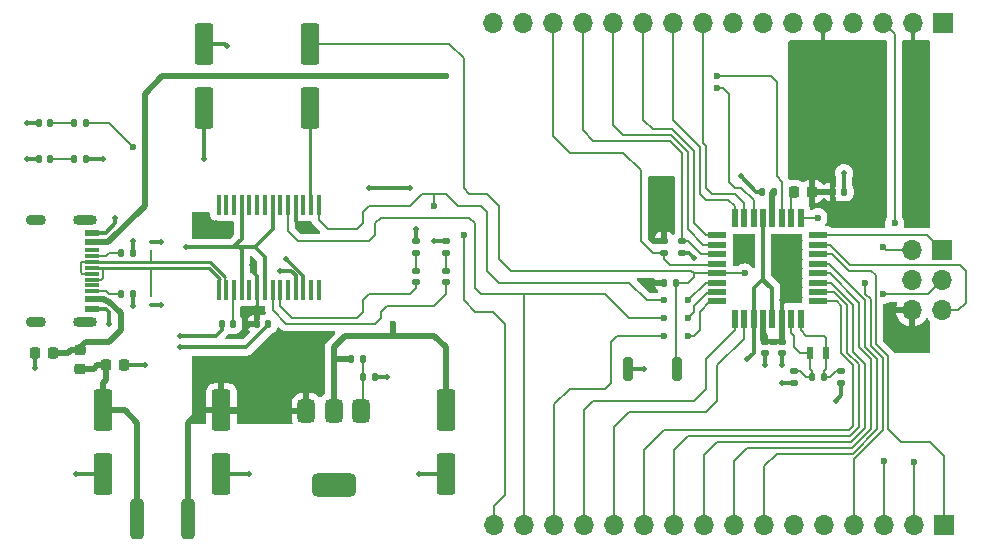
<source format=gtl>
%TF.GenerationSoftware,KiCad,Pcbnew,8.0.6*%
%TF.CreationDate,2025-04-05T02:38:06-04:00*%
%TF.ProjectId,intro_to_pcb,696e7472-6f5f-4746-9f5f-7063622e6b69,rev?*%
%TF.SameCoordinates,Original*%
%TF.FileFunction,Copper,L1,Top*%
%TF.FilePolarity,Positive*%
%FSLAX46Y46*%
G04 Gerber Fmt 4.6, Leading zero omitted, Abs format (unit mm)*
G04 Created by KiCad (PCBNEW 8.0.6) date 2025-04-05 02:38:06*
%MOMM*%
%LPD*%
G01*
G04 APERTURE LIST*
G04 Aperture macros list*
%AMRoundRect*
0 Rectangle with rounded corners*
0 $1 Rounding radius*
0 $2 $3 $4 $5 $6 $7 $8 $9 X,Y pos of 4 corners*
0 Add a 4 corners polygon primitive as box body*
4,1,4,$2,$3,$4,$5,$6,$7,$8,$9,$2,$3,0*
0 Add four circle primitives for the rounded corners*
1,1,$1+$1,$2,$3*
1,1,$1+$1,$4,$5*
1,1,$1+$1,$6,$7*
1,1,$1+$1,$8,$9*
0 Add four rect primitives between the rounded corners*
20,1,$1+$1,$2,$3,$4,$5,0*
20,1,$1+$1,$4,$5,$6,$7,0*
20,1,$1+$1,$6,$7,$8,$9,0*
20,1,$1+$1,$8,$9,$2,$3,0*%
G04 Aperture macros list end*
%TA.AperFunction,ComponentPad*%
%ADD10O,1.700000X0.900000*%
%TD*%
%TA.AperFunction,ComponentPad*%
%ADD11O,2.000000X0.900000*%
%TD*%
%TA.AperFunction,SMDPad,CuDef*%
%ADD12R,1.160000X0.600000*%
%TD*%
%TA.AperFunction,SMDPad,CuDef*%
%ADD13R,1.160000X0.300000*%
%TD*%
%TA.AperFunction,SMDPad,CuDef*%
%ADD14RoundRect,0.375000X-0.375000X0.625000X-0.375000X-0.625000X0.375000X-0.625000X0.375000X0.625000X0*%
%TD*%
%TA.AperFunction,SMDPad,CuDef*%
%ADD15RoundRect,0.500000X-1.400000X0.500000X-1.400000X-0.500000X1.400000X-0.500000X1.400000X0.500000X0*%
%TD*%
%TA.AperFunction,SMDPad,CuDef*%
%ADD16RoundRect,0.200000X0.200000X0.800000X-0.200000X0.800000X-0.200000X-0.800000X0.200000X-0.800000X0*%
%TD*%
%TA.AperFunction,SMDPad,CuDef*%
%ADD17RoundRect,0.140000X-0.170000X0.140000X-0.170000X-0.140000X0.170000X-0.140000X0.170000X0.140000X0*%
%TD*%
%TA.AperFunction,SMDPad,CuDef*%
%ADD18RoundRect,0.250000X-0.550000X1.500000X-0.550000X-1.500000X0.550000X-1.500000X0.550000X1.500000X0*%
%TD*%
%TA.AperFunction,SMDPad,CuDef*%
%ADD19RoundRect,0.225000X0.225000X0.250000X-0.225000X0.250000X-0.225000X-0.250000X0.225000X-0.250000X0*%
%TD*%
%TA.AperFunction,SMDPad,CuDef*%
%ADD20R,0.600000X1.100000*%
%TD*%
%TA.AperFunction,SMDPad,CuDef*%
%ADD21RoundRect,0.147500X0.172500X-0.147500X0.172500X0.147500X-0.172500X0.147500X-0.172500X-0.147500X0*%
%TD*%
%TA.AperFunction,ComponentPad*%
%ADD22R,1.700000X1.700000*%
%TD*%
%TA.AperFunction,ComponentPad*%
%ADD23O,1.700000X1.700000*%
%TD*%
%TA.AperFunction,SMDPad,CuDef*%
%ADD24RoundRect,0.147500X-0.147500X-0.172500X0.147500X-0.172500X0.147500X0.172500X-0.147500X0.172500X0*%
%TD*%
%TA.AperFunction,SMDPad,CuDef*%
%ADD25RoundRect,0.135000X-0.135000X-0.185000X0.135000X-0.185000X0.135000X0.185000X-0.135000X0.185000X0*%
%TD*%
%TA.AperFunction,SMDPad,CuDef*%
%ADD26RoundRect,0.062500X0.062500X-0.117500X0.062500X0.117500X-0.062500X0.117500X-0.062500X-0.117500X0*%
%TD*%
%TA.AperFunction,SMDPad,CuDef*%
%ADD27RoundRect,0.135000X-0.185000X0.135000X-0.185000X-0.135000X0.185000X-0.135000X0.185000X0.135000X0*%
%TD*%
%TA.AperFunction,SMDPad,CuDef*%
%ADD28RoundRect,0.140000X-0.140000X-0.170000X0.140000X-0.170000X0.140000X0.170000X-0.140000X0.170000X0*%
%TD*%
%TA.AperFunction,SMDPad,CuDef*%
%ADD29RoundRect,0.135000X0.185000X-0.135000X0.185000X0.135000X-0.185000X0.135000X-0.185000X-0.135000X0*%
%TD*%
%TA.AperFunction,SMDPad,CuDef*%
%ADD30RoundRect,0.218750X-0.256250X0.218750X-0.256250X-0.218750X0.256250X-0.218750X0.256250X0.218750X0*%
%TD*%
%TA.AperFunction,SMDPad,CuDef*%
%ADD31RoundRect,0.140000X0.170000X-0.140000X0.170000X0.140000X-0.170000X0.140000X-0.170000X-0.140000X0*%
%TD*%
%TA.AperFunction,SMDPad,CuDef*%
%ADD32RoundRect,0.062500X-0.062500X0.117500X-0.062500X-0.117500X0.062500X-0.117500X0.062500X0.117500X0*%
%TD*%
%TA.AperFunction,SMDPad,CuDef*%
%ADD33R,0.550000X1.600000*%
%TD*%
%TA.AperFunction,SMDPad,CuDef*%
%ADD34R,1.600000X0.550000*%
%TD*%
%TA.AperFunction,SMDPad,CuDef*%
%ADD35RoundRect,0.135000X0.135000X0.185000X-0.135000X0.185000X-0.135000X-0.185000X0.135000X-0.185000X0*%
%TD*%
%TA.AperFunction,SMDPad,CuDef*%
%ADD36RoundRect,0.250000X0.550000X-1.500000X0.550000X1.500000X-0.550000X1.500000X-0.550000X-1.500000X0*%
%TD*%
%TA.AperFunction,SMDPad,CuDef*%
%ADD37RoundRect,0.225000X-0.225000X-0.250000X0.225000X-0.250000X0.225000X0.250000X-0.225000X0.250000X0*%
%TD*%
%TA.AperFunction,SMDPad,CuDef*%
%ADD38RoundRect,0.140000X0.140000X0.170000X-0.140000X0.170000X-0.140000X-0.170000X0.140000X-0.170000X0*%
%TD*%
%TA.AperFunction,SMDPad,CuDef*%
%ADD39RoundRect,0.218750X-0.218750X-0.256250X0.218750X-0.256250X0.218750X0.256250X-0.218750X0.256250X0*%
%TD*%
%TA.AperFunction,SMDPad,CuDef*%
%ADD40RoundRect,0.250000X-0.312500X-1.450000X0.312500X-1.450000X0.312500X1.450000X-0.312500X1.450000X0*%
%TD*%
%TA.AperFunction,SMDPad,CuDef*%
%ADD41R,0.450000X1.750000*%
%TD*%
%TA.AperFunction,ViaPad*%
%ADD42C,0.500000*%
%TD*%
%TA.AperFunction,ViaPad*%
%ADD43C,0.600000*%
%TD*%
%TA.AperFunction,Conductor*%
%ADD44C,0.500000*%
%TD*%
%TA.AperFunction,Conductor*%
%ADD45C,0.200000*%
%TD*%
%TA.AperFunction,Conductor*%
%ADD46C,0.217700*%
%TD*%
%TA.AperFunction,Conductor*%
%ADD47C,0.350000*%
%TD*%
G04 APERTURE END LIST*
D10*
%TO.P,J1,S1,SHIELD*%
%TO.N,unconnected-(J1-SHIELD-PadS1)_3*%
X104260000Y-127320000D03*
D11*
X108430000Y-127320000D03*
D10*
X104260000Y-118680000D03*
D11*
X108430000Y-118680000D03*
D12*
%TO.P,J1,B12,GND*%
%TO.N,GND*%
X109010000Y-119800000D03*
%TO.P,J1,B9,VBUS*%
%TO.N,PWR_IN*%
X109010000Y-120600000D03*
D13*
%TO.P,J1,B8,SBU2*%
%TO.N,unconnected-(J1-SBU2-PadB8)*%
X109010000Y-121250000D03*
%TO.P,J1,B7,D-*%
%TO.N,USBC_D.N*%
X109010000Y-122250000D03*
%TO.P,J1,B6,D+*%
%TO.N,USBC_D.P*%
X109010000Y-123750000D03*
%TO.P,J1,B5,CC2*%
%TO.N,Net-(J1-CC2)*%
X109010000Y-124750000D03*
D12*
%TO.P,J1,B4,VBUS*%
%TO.N,PWR_IN*%
X109010000Y-125400000D03*
%TO.P,J1,B1,GND*%
%TO.N,GND*%
X109010000Y-126200000D03*
%TO.P,J1,A12,GND*%
X109010000Y-126200000D03*
%TO.P,J1,A9,VBUS*%
%TO.N,PWR_IN*%
X109010000Y-125400000D03*
D13*
%TO.P,J1,A8,SBU1*%
%TO.N,unconnected-(J1-SBU1-PadA8)*%
X109010000Y-124250000D03*
%TO.P,J1,A7,D-*%
%TO.N,USBC_D.N*%
X109010000Y-123250000D03*
%TO.P,J1,A6,D+*%
%TO.N,USBC_D.P*%
X109010000Y-122750000D03*
%TO.P,J1,A5,CC1*%
%TO.N,Net-(J1-CC1)*%
X109010000Y-121750000D03*
D12*
%TO.P,J1,A4,VBUS*%
%TO.N,PWR_IN*%
X109010000Y-120600000D03*
%TO.P,J1,A1,GND*%
%TO.N,GND*%
X109010000Y-119800000D03*
%TD*%
D14*
%TO.P,U2,1,ADJ*%
%TO.N,Net-(U2-ADJ)*%
X131800000Y-134850000D03*
%TO.P,U2,2,VO*%
%TO.N,+3.3V*%
X129500000Y-134850000D03*
%TO.P,U2,3,VI*%
%TO.N,+5V*%
X127200000Y-134850000D03*
D15*
%TO.P,U2,4*%
%TO.N,N/C*%
X129500000Y-141150000D03*
%TD*%
D16*
%TO.P,SW1,1,1*%
%TO.N,RESET*%
X158600000Y-131300000D03*
%TO.P,SW1,2,2*%
%TO.N,GND*%
X154400000Y-131300000D03*
%TD*%
D17*
%TO.P,C6,1*%
%TO.N,OSC_2*%
X172500000Y-131520000D03*
%TO.P,C6,2*%
%TO.N,GND*%
X172500000Y-132480000D03*
%TD*%
D18*
%TO.P,C11,1*%
%TO.N,+3.3V*%
X139000000Y-134800000D03*
%TO.P,C11,2*%
%TO.N,GND*%
X139000000Y-140200000D03*
%TD*%
D19*
%TO.P,C7,1*%
%TO.N,PWR_IN*%
X105775000Y-130000000D03*
%TO.P,C7,2*%
%TO.N,GND*%
X104225000Y-130000000D03*
%TD*%
D20*
%TO.P,Y1,1,1*%
%TO.N,OSC_2*%
X171200000Y-130000000D03*
%TO.P,Y1,2,2*%
%TO.N,OSC_1*%
X169800000Y-130000000D03*
%TD*%
D21*
%TO.P,D5,1,K*%
%TO.N,Net-(D5-K)*%
X136500000Y-123970000D03*
%TO.P,D5,2,A*%
%TO.N,Net-(D5-A)*%
X136500000Y-123000000D03*
%TD*%
D22*
%TO.P,J3,1,Pin_1*%
%TO.N,SPI_SS*%
X181200000Y-144500000D03*
D23*
%TO.P,J3,2,Pin_2*%
%TO.N,SPI_MOSI*%
X178660000Y-144500000D03*
%TO.P,J3,3,Pin_3*%
%TO.N,SPI_MISO*%
X176120000Y-144500000D03*
%TO.P,J3,4,Pin_4*%
%TO.N,SPI_SCK*%
X173580000Y-144500000D03*
%TO.P,J3,5,Pin_5*%
%TO.N,GND*%
X171040000Y-144500000D03*
%TO.P,J3,6,Pin_6*%
X168500000Y-144500000D03*
%TO.P,J3,7,Pin_7*%
%TO.N,GPIO_B1*%
X165960000Y-144500000D03*
%TO.P,J3,8,Pin_8*%
%TO.N,GPIO_B0*%
X163420000Y-144500000D03*
%TO.P,J3,9,Pin_9*%
%TO.N,GPIO_D7*%
X160880000Y-144500000D03*
%TO.P,J3,10,Pin_10*%
%TO.N,GPIO_D6*%
X158340000Y-144500000D03*
%TO.P,J3,11,Pin_11*%
%TO.N,GPIO_D5*%
X155800000Y-144500000D03*
%TO.P,J3,12,Pin_12*%
%TO.N,GPIO_D4*%
X153260000Y-144500000D03*
%TO.P,J3,13,Pin_13*%
%TO.N,GPIO_D3*%
X150720000Y-144500000D03*
%TO.P,J3,14,Pin_14*%
%TO.N,GPIO_D2*%
X148180000Y-144500000D03*
%TO.P,J3,15,Pin_15*%
%TO.N,USART_TXD*%
X145640000Y-144500000D03*
%TO.P,J3,16,Pin_16*%
%TO.N,USART_RXD*%
X143100000Y-144500000D03*
%TD*%
D24*
%TO.P,D4,1,K*%
%TO.N,GND*%
X104515000Y-110500000D03*
%TO.P,D4,2,A*%
%TO.N,Net-(D4-A)*%
X105485000Y-110500000D03*
%TD*%
D25*
%TO.P,R5,1*%
%TO.N,Net-(J1-CC2)*%
X111490000Y-125000000D03*
%TO.P,R5,2*%
%TO.N,GND*%
X112510000Y-125000000D03*
%TD*%
%TO.P,R6,1*%
%TO.N,Net-(J1-CC1)*%
X111490000Y-121500000D03*
%TO.P,R6,2*%
%TO.N,GND*%
X112510000Y-121500000D03*
%TD*%
D26*
%TO.P,D2,1,A1*%
%TO.N,GND*%
X114000000Y-120580000D03*
%TO.P,D2,2,A2*%
%TO.N,USBC_D.N*%
X114000000Y-121420000D03*
%TD*%
D27*
%TO.P,R4,1*%
%TO.N,+5V*%
X157500000Y-120490000D03*
%TO.P,R4,2*%
%TO.N,I2C_SCL*%
X157500000Y-121510000D03*
%TD*%
D28*
%TO.P,C1,1*%
%TO.N,GND*%
X165790000Y-116300000D03*
%TO.P,C1,2*%
%TO.N,Net-(U1-AREF)*%
X166750000Y-116300000D03*
%TD*%
D22*
%TO.P,J4,1,Pin_1*%
%TO.N,SPI_MISO*%
X181000000Y-121275000D03*
D23*
%TO.P,J4,2,Pin_2*%
%TO.N,SPI_SCK*%
X178460000Y-121275000D03*
%TO.P,J4,3,Pin_3*%
%TO.N,RESET*%
X181000000Y-123815000D03*
%TO.P,J4,4,Pin_4*%
%TO.N,GND*%
X178460000Y-123815000D03*
%TO.P,J4,5,Pin_5*%
%TO.N,SPI_MOSI*%
X181000000Y-126355000D03*
%TO.P,J4,6,Pin_6*%
%TO.N,+5V*%
X178460000Y-126355000D03*
%TD*%
D28*
%TO.P,C2,1*%
%TO.N,+5V*%
X171770000Y-116300000D03*
%TO.P,C2,2*%
%TO.N,GND*%
X172730000Y-116300000D03*
%TD*%
D29*
%TO.P,R11,1*%
%TO.N,Net-(D5-A)*%
X136500000Y-121495000D03*
%TO.P,R11,2*%
%TO.N,GND*%
X136500000Y-120475000D03*
%TD*%
D18*
%TO.P,C10,1*%
%TO.N,+5V*%
X120000000Y-134800000D03*
%TO.P,C10,2*%
%TO.N,GND*%
X120000000Y-140200000D03*
%TD*%
D28*
%TO.P,C13,1*%
%TO.N,+5V*%
X123020000Y-127500000D03*
%TO.P,C13,2*%
%TO.N,GND*%
X123980000Y-127500000D03*
%TD*%
D30*
%TO.P,FB1,1*%
%TO.N,PWR_IN*%
X108000000Y-129712500D03*
%TO.P,FB1,2*%
%TO.N,Net-(C8-Pad1)*%
X108000000Y-131287500D03*
%TD*%
D29*
%TO.P,R12,1*%
%TO.N,Net-(D6-A)*%
X139000000Y-121510000D03*
%TO.P,R12,2*%
%TO.N,GND*%
X139000000Y-120490000D03*
%TD*%
D31*
%TO.P,C3,1*%
%TO.N,GND*%
X166000000Y-129980000D03*
%TO.P,C3,2*%
%TO.N,+5V*%
X166000000Y-129020000D03*
%TD*%
D21*
%TO.P,D6,1,K*%
%TO.N,Net-(D6-K)*%
X139000000Y-123985000D03*
%TO.P,D6,2,A*%
%TO.N,Net-(D6-A)*%
X139000000Y-123015000D03*
%TD*%
D25*
%TO.P,R2,1*%
%TO.N,OSC_1*%
X169990000Y-132000000D03*
%TO.P,R2,2*%
%TO.N,OSC_2*%
X171010000Y-132000000D03*
%TD*%
D32*
%TO.P,D1,1,A1*%
%TO.N,GND*%
X114000000Y-125920000D03*
%TO.P,D1,2,A2*%
%TO.N,USBC_D.P*%
X114000000Y-125080000D03*
%TD*%
D33*
%TO.P,U1,1,PD3*%
%TO.N,GPIO_D3*%
X163450000Y-127050000D03*
%TO.P,U1,2,PD4*%
%TO.N,GPIO_D4*%
X164250000Y-127050000D03*
%TO.P,U1,3,GND*%
%TO.N,GND*%
X165050000Y-127050000D03*
%TO.P,U1,4,VCC*%
%TO.N,+5V*%
X165850000Y-127050000D03*
%TO.P,U1,5,GND*%
%TO.N,GND*%
X166650000Y-127050000D03*
%TO.P,U1,6,VCC*%
%TO.N,+5V*%
X167450000Y-127050000D03*
%TO.P,U1,7,XTAL1/PB6*%
%TO.N,OSC_1*%
X168250000Y-127050000D03*
%TO.P,U1,8,XTAL2/PB7*%
%TO.N,OSC_2*%
X169050000Y-127050000D03*
D34*
%TO.P,U1,9,PD5*%
%TO.N,GPIO_D5*%
X170500000Y-125600000D03*
%TO.P,U1,10,PD6*%
%TO.N,GPIO_D6*%
X170500000Y-124800000D03*
%TO.P,U1,11,PD7*%
%TO.N,GPIO_D7*%
X170500000Y-124000000D03*
%TO.P,U1,12,PB0*%
%TO.N,GPIO_B0*%
X170500000Y-123200000D03*
%TO.P,U1,13,PB1*%
%TO.N,GPIO_B1*%
X170500000Y-122400000D03*
%TO.P,U1,14,PB2*%
%TO.N,SPI_SS*%
X170500000Y-121600000D03*
%TO.P,U1,15,PB3*%
%TO.N,SPI_MOSI*%
X170500000Y-120800000D03*
%TO.P,U1,16,PB4*%
%TO.N,SPI_MISO*%
X170500000Y-120000000D03*
D33*
%TO.P,U1,17,PB5*%
%TO.N,SPI_SCK*%
X169050000Y-118550000D03*
%TO.P,U1,18,AVCC*%
%TO.N,Net-(U1-AVCC)*%
X168250000Y-118550000D03*
%TO.P,U1,19,ADC6*%
%TO.N,GPIO_C4*%
X167450000Y-118550000D03*
%TO.P,U1,20,AREF*%
%TO.N,Net-(U1-AREF)*%
X166650000Y-118550000D03*
%TO.P,U1,21,GND*%
%TO.N,GND*%
X165850000Y-118550000D03*
%TO.P,U1,22,ADC7*%
%TO.N,GPIO_C5*%
X165050000Y-118550000D03*
%TO.P,U1,23,PC0*%
%TO.N,GPIO_C0*%
X164250000Y-118550000D03*
%TO.P,U1,24,PC1*%
%TO.N,GPIO_C1*%
X163450000Y-118550000D03*
D34*
%TO.P,U1,25,PC2*%
%TO.N,GPIO_C2*%
X162000000Y-120000000D03*
%TO.P,U1,26,PC3*%
%TO.N,GPIO_C3*%
X162000000Y-120800000D03*
%TO.P,U1,27,PC4*%
%TO.N,I2C_SDA*%
X162000000Y-121600000D03*
%TO.P,U1,28,PC5*%
%TO.N,I2C_SCL*%
X162000000Y-122400000D03*
%TO.P,U1,29,~{RESET}/PC6*%
%TO.N,RESET*%
X162000000Y-123200000D03*
%TO.P,U1,30,PD0*%
%TO.N,USART_RXD*%
X162000000Y-124000000D03*
%TO.P,U1,31,PD1*%
%TO.N,USART_TXD*%
X162000000Y-124800000D03*
%TO.P,U1,32,PD2*%
%TO.N,GPIO_D2*%
X162000000Y-125600000D03*
%TD*%
D29*
%TO.P,R3,1*%
%TO.N,+5V*%
X159000000Y-121510000D03*
%TO.P,R3,2*%
%TO.N,I2C_SDA*%
X159000000Y-120490000D03*
%TD*%
D35*
%TO.P,R10,1*%
%TO.N,+3.3V*%
X108510000Y-110500000D03*
%TO.P,R10,2*%
%TO.N,Net-(D4-A)*%
X107490000Y-110500000D03*
%TD*%
D36*
%TO.P,C14,1*%
%TO.N,+5V*%
X118500000Y-109200000D03*
%TO.P,C14,2*%
%TO.N,GND*%
X118500000Y-103800000D03*
%TD*%
%TO.P,C15,1*%
%TO.N,USART_DTR*%
X127500000Y-109200000D03*
%TO.P,C15,2*%
%TO.N,RESET*%
X127500000Y-103800000D03*
%TD*%
D37*
%TO.P,C8,1*%
%TO.N,Net-(C8-Pad1)*%
X110225000Y-131000000D03*
%TO.P,C8,2*%
%TO.N,GND*%
X111775000Y-131000000D03*
%TD*%
D22*
%TO.P,J2,1,Pin_1*%
%TO.N,unconnected-(J2-Pin_1-Pad1)*%
X181100000Y-102000000D03*
D23*
%TO.P,J2,2,Pin_2*%
%TO.N,+5V*%
X178560000Y-102000000D03*
%TO.P,J2,3,Pin_3*%
%TO.N,RESET*%
X176020000Y-102000000D03*
%TO.P,J2,4,Pin_4*%
%TO.N,+3.3V*%
X173480000Y-102000000D03*
%TO.P,J2,5,Pin_5*%
%TO.N,+5V*%
X170940000Y-102000000D03*
%TO.P,J2,6,Pin_6*%
%TO.N,GND*%
X168400000Y-102000000D03*
%TO.P,J2,7,Pin_7*%
X165860000Y-102000000D03*
%TO.P,J2,8,Pin_8*%
%TO.N,PWR_IN*%
X163320000Y-102000000D03*
%TO.P,J2,9,Pin_9*%
%TO.N,GPIO_C0*%
X160780000Y-102000000D03*
%TO.P,J2,10,Pin_10*%
%TO.N,GPIO_C1*%
X158240000Y-102000000D03*
%TO.P,J2,11,Pin_11*%
%TO.N,GPIO_C2*%
X155700000Y-102000000D03*
%TO.P,J2,12,Pin_12*%
%TO.N,GPIO_C3*%
X153160000Y-102000000D03*
%TO.P,J2,13,Pin_13*%
%TO.N,I2C_SDA*%
X150620000Y-102000000D03*
%TO.P,J2,14,Pin_14*%
%TO.N,I2C_SCL*%
X148080000Y-102000000D03*
%TO.P,J2,15,Pin_15*%
%TO.N,GPIO_C4*%
X145540000Y-102000000D03*
%TO.P,J2,16,Pin_16*%
%TO.N,GPIO_C5*%
X143000000Y-102000000D03*
%TD*%
D31*
%TO.P,C4,1*%
%TO.N,GND*%
X167500000Y-129980000D03*
%TO.P,C4,2*%
%TO.N,+5V*%
X167500000Y-129020000D03*
%TD*%
D24*
%TO.P,D3,1,K*%
%TO.N,GND*%
X104515000Y-113500000D03*
%TO.P,D3,2,A*%
%TO.N,Net-(D3-A)*%
X105485000Y-113500000D03*
%TD*%
D25*
%TO.P,R8,1*%
%TO.N,Net-(U2-ADJ)*%
X131990000Y-132000000D03*
%TO.P,R8,2*%
%TO.N,GND*%
X133010000Y-132000000D03*
%TD*%
D17*
%TO.P,C5,1*%
%TO.N,OSC_1*%
X168500000Y-131520000D03*
%TO.P,C5,2*%
%TO.N,GND*%
X168500000Y-132480000D03*
%TD*%
D25*
%TO.P,R7,1*%
%TO.N,+3.3V*%
X130980000Y-130500000D03*
%TO.P,R7,2*%
%TO.N,Net-(U2-ADJ)*%
X132000000Y-130500000D03*
%TD*%
D38*
%TO.P,C12,1*%
%TO.N,Net-(U3-3V3OUT)*%
X120980000Y-127500000D03*
%TO.P,C12,2*%
%TO.N,GND*%
X120020000Y-127500000D03*
%TD*%
D39*
%TO.P,L1,1,1*%
%TO.N,Net-(U1-AVCC)*%
X168462500Y-116300000D03*
%TO.P,L1,2,2*%
%TO.N,+5V*%
X170037500Y-116300000D03*
%TD*%
D18*
%TO.P,C9,1*%
%TO.N,Net-(C8-Pad1)*%
X110000000Y-134800000D03*
%TO.P,C9,2*%
%TO.N,GND*%
X110000000Y-140200000D03*
%TD*%
D25*
%TO.P,R1,1*%
%TO.N,+5V*%
X157490000Y-124000000D03*
%TO.P,R1,2*%
%TO.N,RESET*%
X158510000Y-124000000D03*
%TD*%
D35*
%TO.P,R9,1*%
%TO.N,+5V*%
X108510000Y-113500000D03*
%TO.P,R9,2*%
%TO.N,Net-(D3-A)*%
X107490000Y-113500000D03*
%TD*%
D40*
%TO.P,F1,1*%
%TO.N,Net-(C8-Pad1)*%
X112862500Y-144000000D03*
%TO.P,F1,2*%
%TO.N,+5V*%
X117137500Y-144000000D03*
%TD*%
D41*
%TO.P,U3,1,TXD*%
%TO.N,USART_RXD*%
X128225000Y-117400000D03*
%TO.P,U3,2,DTR*%
%TO.N,USART_DTR*%
X127575000Y-117400000D03*
%TO.P,U3,3,RTS*%
%TO.N,unconnected-(U3-RTS-Pad3)*%
X126925000Y-117400000D03*
%TO.P,U3,4,VCCIO*%
%TO.N,+5V*%
X126275000Y-117400000D03*
%TO.P,U3,5,RXD*%
%TO.N,USART_TXD*%
X125625000Y-117400000D03*
%TO.P,U3,6,RI*%
%TO.N,unconnected-(U3-RI-Pad6)*%
X124975000Y-117400000D03*
%TO.P,U3,7,GND*%
%TO.N,GND*%
X124325000Y-117400000D03*
%TO.P,U3,8*%
%TO.N,N/C*%
X123675000Y-117400000D03*
%TO.P,U3,9,DCR*%
%TO.N,unconnected-(U3-DCR-Pad9)*%
X123025000Y-117400000D03*
%TO.P,U3,10,DCD*%
%TO.N,unconnected-(U3-DCD-Pad10)*%
X122375000Y-117400000D03*
%TO.P,U3,11,CTS*%
%TO.N,GND*%
X121725000Y-117400000D03*
%TO.P,U3,12,CBUS4*%
%TO.N,unconnected-(U3-CBUS4-Pad12)*%
X121075000Y-117400000D03*
%TO.P,U3,13,CBUS2*%
%TO.N,unconnected-(U3-CBUS2-Pad13)*%
X120425000Y-117400000D03*
%TO.P,U3,14,CBUS3*%
%TO.N,unconnected-(U3-CBUS3-Pad14)*%
X119775000Y-117400000D03*
%TO.P,U3,15,USBD+*%
%TO.N,USBC_D.P*%
X119775000Y-124600000D03*
%TO.P,U3,16,USBD-*%
%TO.N,USBC_D.N*%
X120425000Y-124600000D03*
%TO.P,U3,17,3V3OUT*%
%TO.N,Net-(U3-3V3OUT)*%
X121075000Y-124600000D03*
%TO.P,U3,18,GND*%
%TO.N,GND*%
X121725000Y-124600000D03*
%TO.P,U3,19,~{RESET}*%
%TO.N,unconnected-(U3-~{RESET}-Pad19)*%
X122375000Y-124600000D03*
%TO.P,U3,20,VCC*%
%TO.N,+5V*%
X123025000Y-124600000D03*
%TO.P,U3,21,GND*%
%TO.N,GND*%
X123675000Y-124600000D03*
%TO.P,U3,22,CBUS1*%
%TO.N,Net-(D6-K)*%
X124325000Y-124600000D03*
%TO.P,U3,23,CBUS0*%
%TO.N,Net-(D5-K)*%
X124975000Y-124600000D03*
%TO.P,U3,24*%
%TO.N,N/C*%
X125625000Y-124600000D03*
%TO.P,U3,25,AGND*%
%TO.N,GND*%
X126275000Y-124600000D03*
%TO.P,U3,26,TEST*%
X126925000Y-124600000D03*
%TO.P,U3,27,OSCI*%
%TO.N,unconnected-(U3-OSCI-Pad27)*%
X127575000Y-124600000D03*
%TO.P,U3,28,OSCO*%
%TO.N,unconnected-(U3-OSCO-Pad28)*%
X128225000Y-124600000D03*
%TD*%
D42*
%TO.N,PWR_IN*%
X109010000Y-120600000D03*
%TO.N,+5V*%
X170000000Y-114000000D03*
X120500000Y-120000000D03*
X121500000Y-131000000D03*
X121500000Y-128500000D03*
%TO.N,GND*%
X164500000Y-130500000D03*
%TO.N,+5V*%
X176500000Y-126355000D03*
X178500000Y-104000000D03*
X171000000Y-104500000D03*
%TO.N,GND*%
X117000000Y-121000000D03*
%TO.N,+5V*%
X119500000Y-119000000D03*
X119500000Y-120000000D03*
X157000000Y-116000000D03*
X136000000Y-116000000D03*
X132500000Y-116000000D03*
X164500000Y-122000000D03*
X167500000Y-125500000D03*
X156500000Y-124000000D03*
X160000000Y-121925000D03*
X157500000Y-119500000D03*
X110000000Y-113500000D03*
X118500000Y-113500000D03*
X127000000Y-119500000D03*
X122616116Y-122500000D03*
%TO.N,GND*%
X116500000Y-128500000D03*
X116500000Y-129500000D03*
X134000000Y-132000000D03*
X136500000Y-119500000D03*
X138010000Y-120490000D03*
X125500000Y-122000000D03*
X172730000Y-114730000D03*
X164000000Y-115000000D03*
X172000000Y-134000000D03*
X167500000Y-132500000D03*
X166000000Y-131000000D03*
X167500000Y-131000000D03*
X155800000Y-131300000D03*
X136700000Y-140200000D03*
X122300000Y-140200000D03*
X107700000Y-140200000D03*
X113500000Y-131000000D03*
X104225000Y-131275000D03*
X112510000Y-120510000D03*
X114920000Y-120580000D03*
X114920000Y-125920000D03*
X112510000Y-125990000D03*
X110500000Y-127500000D03*
X111000000Y-118500000D03*
X103500000Y-113500000D03*
X103500000Y-110500000D03*
X120500000Y-104000000D03*
D43*
%TO.N,SPI_MOSI*%
X178660000Y-139160000D03*
%TO.N,SPI_MISO*%
X176120000Y-139120000D03*
%TO.N,RESET*%
X177000000Y-119000000D03*
%TO.N,SPI_SCK*%
X174500000Y-124000000D03*
%TO.N,RESET*%
X176000000Y-125000000D03*
%TO.N,SPI_SCK*%
X176000000Y-121000000D03*
X170500000Y-118500000D03*
%TO.N,RESET*%
X164300000Y-123200000D03*
%TO.N,+3.3V*%
X112500000Y-112500000D03*
%TO.N,USART_RXD*%
X157500000Y-125500000D03*
%TO.N,USART_TXD*%
X157500000Y-127000000D03*
%TO.N,USART_RXD*%
X159500000Y-125500000D03*
%TO.N,USART_TXD*%
X159500000Y-127000000D03*
%TO.N,USART_RXD*%
X138000000Y-117500000D03*
X140500000Y-120000000D03*
%TO.N,PWR_IN*%
X139000000Y-106500000D03*
%TO.N,GPIO_C4*%
X162000000Y-106500000D03*
%TO.N,GPIO_C5*%
X162000000Y-107500000D03*
%TO.N,+3.3V*%
X134500000Y-127500000D03*
%TO.N,GPIO_D2*%
X157500000Y-128500000D03*
X159500000Y-128500000D03*
D42*
%TO.N,GND*%
X125000000Y-123000000D03*
%TO.N,PWR_IN*%
X109010000Y-125400000D03*
%TD*%
D44*
%TO.N,PWR_IN*%
X110090000Y-125400000D02*
X109010000Y-125400000D01*
X110240000Y-125550000D02*
X110090000Y-125400000D01*
X110433884Y-125550000D02*
X110240000Y-125550000D01*
X110400000Y-120600000D02*
X109010000Y-120600000D01*
D45*
%TO.N,USBC_D.P*%
X110000000Y-123590000D02*
X110000000Y-122750000D01*
X109010000Y-123750000D02*
X109840000Y-123750000D01*
D46*
X110000000Y-122750000D02*
X118931800Y-122750000D01*
D45*
X109840000Y-123750000D02*
X110000000Y-123590000D01*
D46*
X109010000Y-122750000D02*
X110000000Y-122750000D01*
D45*
%TO.N,USBC_D.N*%
X108130000Y-122300000D02*
X108180000Y-122250000D01*
X108180000Y-122250000D02*
X109010000Y-122250000D01*
X108130000Y-123150000D02*
X108130000Y-122300000D01*
X108230000Y-123250000D02*
X108130000Y-123150000D01*
X109010000Y-123250000D02*
X108230000Y-123250000D01*
D47*
%TO.N,GND*%
X165850000Y-123850000D02*
X166500000Y-124500000D01*
X165850000Y-123700000D02*
X165850000Y-123850000D01*
X166650000Y-124500000D02*
X165850000Y-123700000D01*
X166650000Y-127050000D02*
X166650000Y-124500000D01*
%TO.N,+5V*%
X122000000Y-128000000D02*
X121500000Y-128500000D01*
X123020000Y-127500000D02*
X122500000Y-127500000D01*
X122500000Y-127500000D02*
X122000000Y-128000000D01*
%TO.N,GND*%
X165050000Y-129950000D02*
X164500000Y-130500000D01*
X165050000Y-127050000D02*
X165050000Y-129950000D01*
%TO.N,+5V*%
X178460000Y-126355000D02*
X176500000Y-126355000D01*
%TO.N,GND*%
X165850000Y-123700000D02*
X165050000Y-124500000D01*
X165850000Y-118550000D02*
X165850000Y-123700000D01*
X165050000Y-127050000D02*
X165050000Y-124500000D01*
D45*
%TO.N,GPIO_D6*%
X173000000Y-125934314D02*
X173000000Y-129934314D01*
X171865686Y-124800000D02*
X173000000Y-125934314D01*
D47*
%TO.N,+5V*%
X178560000Y-103940000D02*
X178500000Y-104000000D01*
X178560000Y-102000000D02*
X178560000Y-103940000D01*
X170940000Y-104440000D02*
X171000000Y-104500000D01*
X170940000Y-102000000D02*
X170940000Y-104440000D01*
%TO.N,GND*%
X123675000Y-121850000D02*
X122825000Y-121000000D01*
X123675000Y-124600000D02*
X123675000Y-121850000D01*
X121725000Y-121225000D02*
X121500000Y-121000000D01*
X121725000Y-124600000D02*
X121725000Y-121225000D01*
X121500000Y-121000000D02*
X121000000Y-121000000D01*
X122825000Y-121000000D02*
X121500000Y-121000000D01*
X126925000Y-123425000D02*
X126925000Y-124600000D01*
X125500000Y-122000000D02*
X126925000Y-123425000D01*
X125875000Y-123000000D02*
X126275000Y-123400000D01*
X125000000Y-123000000D02*
X125875000Y-123000000D01*
X126275000Y-123400000D02*
X126275000Y-124600000D01*
X124325000Y-119500000D02*
X122825000Y-121000000D01*
X121000000Y-121000000D02*
X117000000Y-121000000D01*
X121725000Y-120275000D02*
X121725000Y-117400000D01*
X121000000Y-121000000D02*
X121725000Y-120275000D01*
X123980000Y-127582200D02*
X123980000Y-127500000D01*
X122062200Y-129500000D02*
X123980000Y-127582200D01*
X116500000Y-129500000D02*
X122062200Y-129500000D01*
X119500000Y-128500000D02*
X120020000Y-127980000D01*
X116500000Y-128500000D02*
X119500000Y-128500000D01*
X120020000Y-127980000D02*
X120020000Y-127500000D01*
%TO.N,+5V*%
X123025000Y-123408884D02*
X123025000Y-124600000D01*
X122616116Y-122500000D02*
X122616116Y-123000000D01*
X122616116Y-123000000D02*
X123025000Y-123408884D01*
%TO.N,GND*%
X124325000Y-117400000D02*
X124325000Y-119500000D01*
%TO.N,+5V*%
X132500000Y-116000000D02*
X136000000Y-116000000D01*
X167450000Y-125550000D02*
X167500000Y-125500000D01*
X167450000Y-127050000D02*
X167450000Y-125550000D01*
X166000000Y-129020000D02*
X167500000Y-129020000D01*
X157490000Y-124000000D02*
X156500000Y-124000000D01*
D45*
%TO.N,I2C_SCL*%
X158000000Y-122500000D02*
X161900000Y-122500000D01*
X157500000Y-122000000D02*
X158000000Y-122500000D01*
X161900000Y-122500000D02*
X162000000Y-122400000D01*
X157500000Y-121510000D02*
X157500000Y-122000000D01*
D47*
%TO.N,+5V*%
X159585000Y-121510000D02*
X160000000Y-121925000D01*
X159000000Y-121510000D02*
X159585000Y-121510000D01*
X157500000Y-120490000D02*
X157500000Y-119500000D01*
X108510000Y-113500000D02*
X110000000Y-113500000D01*
X118500000Y-109200000D02*
X118500000Y-113500000D01*
X126275000Y-118775000D02*
X127000000Y-119500000D01*
X126275000Y-117400000D02*
X126275000Y-118775000D01*
D45*
%TO.N,SPI_SS*%
X180000000Y-137500000D02*
X181200000Y-138700000D01*
X177500000Y-137500000D02*
X180000000Y-137500000D01*
X175400000Y-129202942D02*
X176400000Y-130202942D01*
X175400000Y-123400000D02*
X175400000Y-129202942D01*
X176400000Y-130202942D02*
X176400000Y-136400000D01*
X173134314Y-123000000D02*
X175000000Y-123000000D01*
X171734314Y-121600000D02*
X173134314Y-123000000D01*
X181200000Y-138700000D02*
X181200000Y-144500000D01*
X175000000Y-123000000D02*
X175400000Y-123400000D01*
X170500000Y-121600000D02*
X171734314Y-121600000D01*
X176400000Y-136400000D02*
X177500000Y-137500000D01*
%TO.N,GPIO_D4*%
X153260000Y-136240000D02*
X153260000Y-144500000D01*
X161000000Y-135000000D02*
X154500000Y-135000000D01*
X162000000Y-134000000D02*
X161000000Y-135000000D01*
X162000000Y-131000000D02*
X162000000Y-134000000D01*
X164250000Y-128750000D02*
X162000000Y-131000000D01*
X164250000Y-127050000D02*
X164250000Y-128750000D01*
X154500000Y-135000000D02*
X153260000Y-136240000D01*
%TO.N,GPIO_D5*%
X155800000Y-138200000D02*
X155800000Y-144500000D01*
X157500000Y-136500000D02*
X155800000Y-138200000D01*
X173171570Y-136500000D02*
X157500000Y-136500000D01*
X172500000Y-130000000D02*
X173500000Y-131000000D01*
X172500000Y-126000000D02*
X172500000Y-130000000D01*
X173500000Y-131000000D02*
X173500000Y-136171570D01*
X170500000Y-125600000D02*
X172100000Y-125600000D01*
X172100000Y-125600000D02*
X172500000Y-126000000D01*
X173500000Y-136171570D02*
X173171570Y-136500000D01*
%TO.N,GPIO_D7*%
X174500000Y-136302942D02*
X173302942Y-137500000D01*
X173500000Y-129868628D02*
X174500000Y-130868628D01*
X162000000Y-137500000D02*
X160880000Y-138620000D01*
X173500000Y-125868628D02*
X173500000Y-129868628D01*
X173302942Y-137500000D02*
X162000000Y-137500000D01*
X174500000Y-130868628D02*
X174500000Y-136302942D01*
X171631372Y-124000000D02*
X173500000Y-125868628D01*
X170500000Y-124000000D02*
X171631372Y-124000000D01*
X160880000Y-138620000D02*
X160880000Y-144500000D01*
%TO.N,GPIO_D6*%
X173237256Y-137000000D02*
X159500000Y-137000000D01*
X174000000Y-136237256D02*
X173237256Y-137000000D01*
X159500000Y-137000000D02*
X158340000Y-138160000D01*
X173000000Y-129934314D02*
X174000000Y-130934314D01*
X158340000Y-138160000D02*
X158340000Y-144500000D01*
X174000000Y-130934314D02*
X174000000Y-136237256D01*
%TO.N,GPIO_B0*%
X163420000Y-139080000D02*
X163420000Y-144500000D01*
X164500000Y-138000000D02*
X163420000Y-139080000D01*
X175000000Y-130500000D02*
X175000000Y-136368628D01*
X174000000Y-129500000D02*
X175000000Y-130500000D01*
X174000000Y-125700000D02*
X174000000Y-129500000D01*
X175000000Y-136368628D02*
X173368628Y-138000000D01*
X173368628Y-138000000D02*
X164500000Y-138000000D01*
X171500000Y-123200000D02*
X174000000Y-125700000D01*
X170500000Y-123200000D02*
X171500000Y-123200000D01*
%TO.N,GPIO_B1*%
X165960000Y-139540000D02*
X165960000Y-144500000D01*
X167000000Y-138500000D02*
X165960000Y-139540000D01*
X173434314Y-138500000D02*
X167000000Y-138500000D01*
X175500000Y-136434314D02*
X173434314Y-138500000D01*
X175500000Y-130434314D02*
X175500000Y-136434314D01*
X174500000Y-129434314D02*
X175500000Y-130434314D01*
X171400000Y-122400000D02*
X174500000Y-125500000D01*
X170500000Y-122400000D02*
X171400000Y-122400000D01*
X174500000Y-125500000D02*
X174500000Y-129434314D01*
%TO.N,SPI_SCK*%
X176000000Y-130368628D02*
X176000000Y-136500000D01*
X175000000Y-125434314D02*
X175000000Y-129368628D01*
X175000000Y-129368628D02*
X176000000Y-130368628D01*
X176000000Y-136500000D02*
X173580000Y-138920000D01*
X173580000Y-138920000D02*
X173580000Y-144500000D01*
X174500000Y-124934314D02*
X175000000Y-125434314D01*
X174500000Y-124000000D02*
X174500000Y-124934314D01*
D47*
%TO.N,GND*%
X133010000Y-132000000D02*
X134000000Y-132000000D01*
X136500000Y-120475000D02*
X136500000Y-119500000D01*
X139000000Y-120490000D02*
X138010000Y-120490000D01*
X172730000Y-116300000D02*
X172730000Y-114730000D01*
X172500000Y-133500000D02*
X172000000Y-134000000D01*
X172500000Y-132480000D02*
X172500000Y-133500000D01*
D45*
%TO.N,GPIO_D3*%
X163450000Y-128000000D02*
X163450000Y-127050000D01*
X161000000Y-130450000D02*
X163450000Y-128000000D01*
X161000000Y-133000000D02*
X161000000Y-130450000D01*
X151500000Y-134000000D02*
X160000000Y-134000000D01*
X160000000Y-134000000D02*
X161000000Y-133000000D01*
X150720000Y-134780000D02*
X151500000Y-134000000D01*
X150720000Y-144500000D02*
X150720000Y-134780000D01*
D47*
%TO.N,GND*%
X172500000Y-132480000D02*
X172500000Y-132500000D01*
X167520000Y-132480000D02*
X167500000Y-132500000D01*
X168500000Y-132480000D02*
X167520000Y-132480000D01*
X166000000Y-129980000D02*
X166000000Y-131000000D01*
X167500000Y-129980000D02*
X167500000Y-131000000D01*
X154400000Y-131300000D02*
X155800000Y-131300000D01*
X139000000Y-140200000D02*
X136700000Y-140200000D01*
X122000000Y-140200000D02*
X122300000Y-140200000D01*
X120000000Y-140200000D02*
X122000000Y-140200000D01*
X110000000Y-140200000D02*
X107700000Y-140200000D01*
X111775000Y-131000000D02*
X113500000Y-131000000D01*
X104225000Y-130000000D02*
X104225000Y-131275000D01*
X114000000Y-125920000D02*
X114920000Y-125920000D01*
X114000000Y-120580000D02*
X114920000Y-120580000D01*
X112510000Y-121500000D02*
X112510000Y-120510000D01*
X112510000Y-125000000D02*
X112510000Y-125990000D01*
X110500000Y-126500000D02*
X110500000Y-127500000D01*
D44*
%TO.N,PWR_IN*%
X108000000Y-129500000D02*
X108000000Y-129712500D01*
X108500000Y-129000000D02*
X108000000Y-129500000D01*
X110500000Y-129000000D02*
X108500000Y-129000000D01*
X111500000Y-126616116D02*
X111500000Y-128000000D01*
X110433884Y-125550000D02*
X111500000Y-126616116D01*
X111500000Y-128000000D02*
X110500000Y-129000000D01*
D47*
%TO.N,GND*%
X110200000Y-126200000D02*
X110500000Y-126500000D01*
X109010000Y-126200000D02*
X110200000Y-126200000D01*
X111000000Y-119000000D02*
X111000000Y-118500000D01*
X110200000Y-119800000D02*
X111000000Y-119000000D01*
X109010000Y-119800000D02*
X110200000Y-119800000D01*
X104515000Y-113500000D02*
X103500000Y-113500000D01*
X104515000Y-110500000D02*
X103500000Y-110500000D01*
X120300000Y-103800000D02*
X120500000Y-104000000D01*
X118500000Y-103800000D02*
X120300000Y-103800000D01*
D45*
%TO.N,USBC_D.N*%
X120425000Y-123950000D02*
X120325000Y-123850000D01*
X120425000Y-124600000D02*
X120425000Y-123950000D01*
%TO.N,USBC_D.P*%
X119775000Y-123950000D02*
X119875000Y-123850000D01*
X119775000Y-124600000D02*
X119775000Y-123950000D01*
%TO.N,Net-(D5-K)*%
X126000000Y-127000000D02*
X124975000Y-125975000D01*
%TO.N,Net-(U3-3V3OUT)*%
X120980000Y-124695000D02*
X121075000Y-124600000D01*
X120980000Y-127500000D02*
X120980000Y-124695000D01*
D46*
%TO.N,+5V*%
X123020000Y-124605000D02*
X123025000Y-124600000D01*
X123020000Y-127500000D02*
X123020000Y-124605000D01*
D45*
%TO.N,Net-(D6-K)*%
X133000000Y-127500000D02*
X125500000Y-127500000D01*
X133500000Y-127000000D02*
X133000000Y-127500000D01*
X134000000Y-126000000D02*
X133500000Y-126500000D01*
X138000000Y-126000000D02*
X134000000Y-126000000D01*
X124325000Y-126325000D02*
X124325000Y-124600000D01*
X139000000Y-125000000D02*
X138000000Y-126000000D01*
X133500000Y-126500000D02*
X133500000Y-127000000D01*
X139000000Y-123985000D02*
X139000000Y-125000000D01*
X125500000Y-127500000D02*
X124325000Y-126325000D01*
%TO.N,Net-(D5-K)*%
X124975000Y-125975000D02*
X124975000Y-124600000D01*
X132000000Y-125500000D02*
X132000000Y-126500000D01*
X132000000Y-126500000D02*
X131500000Y-127000000D01*
X132500000Y-125000000D02*
X132000000Y-125500000D01*
X131500000Y-127000000D02*
X126000000Y-127000000D01*
X136000000Y-125000000D02*
X132500000Y-125000000D01*
%TO.N,USART_RXD*%
X132000000Y-119000000D02*
X132000000Y-118000000D01*
X131500000Y-119500000D02*
X132000000Y-119000000D01*
X129000000Y-119500000D02*
X131500000Y-119500000D01*
%TO.N,USART_TXD*%
X125625000Y-119625000D02*
X125625000Y-117400000D01*
X132500000Y-120500000D02*
X126500000Y-120500000D01*
X126500000Y-120500000D02*
X125625000Y-119625000D01*
X133000000Y-119000000D02*
X133000000Y-120000000D01*
X133000000Y-120000000D02*
X132500000Y-120500000D01*
X133500000Y-118500000D02*
X133000000Y-119000000D01*
X141000000Y-118500000D02*
X133500000Y-118500000D01*
X141500000Y-119000000D02*
X141000000Y-118500000D01*
X142000000Y-125000000D02*
X141500000Y-124500000D01*
X145500000Y-125000000D02*
X142000000Y-125000000D01*
X141500000Y-124500000D02*
X141500000Y-119000000D01*
%TO.N,USART_RXD*%
X129000000Y-119500000D02*
X128225000Y-118725000D01*
X128225000Y-118725000D02*
X128225000Y-117400000D01*
X136000000Y-117500000D02*
X132500000Y-117500000D01*
X132500000Y-117500000D02*
X132000000Y-118000000D01*
X137000000Y-116500000D02*
X136000000Y-117500000D01*
X138000000Y-116500000D02*
X137000000Y-116500000D01*
D46*
%TO.N,USART_DTR*%
X127500000Y-117325000D02*
X127575000Y-117400000D01*
X127500000Y-109200000D02*
X127500000Y-117325000D01*
D44*
%TO.N,PWR_IN*%
X113500000Y-108000000D02*
X115000000Y-106500000D01*
X115000000Y-106500000D02*
X139000000Y-106500000D01*
X110400000Y-120600000D02*
X113500000Y-117500000D01*
X113500000Y-117500000D02*
X113500000Y-108000000D01*
D45*
%TO.N,SPI_MOSI*%
X178660000Y-144500000D02*
X178660000Y-139160000D01*
%TO.N,SPI_MISO*%
X176120000Y-144500000D02*
X176120000Y-139120000D01*
%TO.N,RESET*%
X177000000Y-102980000D02*
X176020000Y-102000000D01*
X177000000Y-119000000D02*
X177000000Y-102980000D01*
X179815000Y-125000000D02*
X176000000Y-125000000D01*
X181000000Y-123815000D02*
X179815000Y-125000000D01*
%TO.N,SPI_MOSI*%
X171500000Y-120800000D02*
X170500000Y-120800000D01*
X183000000Y-123000000D02*
X182500000Y-122500000D01*
X182355000Y-126355000D02*
X183000000Y-125710000D01*
X181000000Y-126355000D02*
X182355000Y-126355000D01*
X183000000Y-125710000D02*
X183000000Y-123000000D01*
X182500000Y-122500000D02*
X173200000Y-122500000D01*
X173200000Y-122500000D02*
X171500000Y-120800000D01*
%TO.N,SPI_SCK*%
X169100000Y-118500000D02*
X169050000Y-118550000D01*
X170500000Y-118500000D02*
X169100000Y-118500000D01*
X176275000Y-121275000D02*
X176000000Y-121000000D01*
X178460000Y-121275000D02*
X176275000Y-121275000D01*
%TO.N,RESET*%
X164000000Y-123200000D02*
X164300000Y-123200000D01*
X162000000Y-123200000D02*
X164000000Y-123200000D01*
%TO.N,+3.3V*%
X110500000Y-110500000D02*
X112500000Y-112500000D01*
X108510000Y-110500000D02*
X110500000Y-110500000D01*
%TO.N,I2C_SCL*%
X148080000Y-111580000D02*
X148080000Y-102000000D01*
X149500000Y-113000000D02*
X148080000Y-111580000D01*
X154000000Y-113000000D02*
X149500000Y-113000000D01*
X155500000Y-120500000D02*
X155500000Y-114500000D01*
X155500000Y-114500000D02*
X154000000Y-113000000D01*
X156510000Y-121510000D02*
X155500000Y-120500000D01*
X157500000Y-121510000D02*
X156510000Y-121510000D01*
%TO.N,RESET*%
X159800000Y-123000000D02*
X160000000Y-123200000D01*
X144500000Y-123000000D02*
X159800000Y-123000000D01*
X143500000Y-122000000D02*
X144500000Y-123000000D01*
X142500000Y-116500000D02*
X143500000Y-117500000D01*
X141000000Y-116500000D02*
X142500000Y-116500000D01*
X140500000Y-116000000D02*
X141000000Y-116500000D01*
X140500000Y-105000000D02*
X140500000Y-116000000D01*
X139300000Y-103800000D02*
X140500000Y-105000000D01*
X127500000Y-103800000D02*
X139300000Y-103800000D01*
X143500000Y-117500000D02*
X143500000Y-122000000D01*
X160000000Y-123500000D02*
X160000000Y-123200000D01*
X159500000Y-124000000D02*
X160000000Y-123500000D01*
X160000000Y-123200000D02*
X162000000Y-123200000D01*
X158510000Y-124000000D02*
X159500000Y-124000000D01*
X158510000Y-131210000D02*
X158600000Y-131300000D01*
X158510000Y-124000000D02*
X158510000Y-131210000D01*
%TO.N,USART_TXD*%
X154500000Y-127000000D02*
X157500000Y-127000000D01*
X152500000Y-125000000D02*
X154500000Y-127000000D01*
X145500000Y-125000000D02*
X152500000Y-125000000D01*
%TO.N,USART_RXD*%
X156000000Y-125500000D02*
X154500000Y-124000000D01*
X154500000Y-124000000D02*
X143500000Y-124000000D01*
X157500000Y-125500000D02*
X156000000Y-125500000D01*
X142000000Y-117500000D02*
X142500000Y-118000000D01*
X140000000Y-117500000D02*
X142000000Y-117500000D01*
X142500000Y-118000000D02*
X142500000Y-123000000D01*
X139000000Y-116500000D02*
X140000000Y-117500000D01*
X142500000Y-123000000D02*
X143500000Y-124000000D01*
X138000000Y-116500000D02*
X139000000Y-116500000D01*
X161000000Y-124000000D02*
X159500000Y-125500000D01*
X162000000Y-124000000D02*
X161000000Y-124000000D01*
%TO.N,USART_TXD*%
X160000000Y-126500000D02*
X159500000Y-127000000D01*
X160000000Y-126000000D02*
X160000000Y-126500000D01*
X161200000Y-124800000D02*
X162000000Y-124800000D01*
X160000000Y-126000000D02*
X161200000Y-124800000D01*
%TO.N,USART_RXD*%
X138000000Y-117500000D02*
X138000000Y-116500000D01*
X140500000Y-125500000D02*
X140500000Y-120000000D01*
X141500000Y-126500000D02*
X140500000Y-125500000D01*
X143000000Y-126500000D02*
X141500000Y-126500000D01*
X144000000Y-142000000D02*
X144000000Y-127500000D01*
X144000000Y-127500000D02*
X143000000Y-126500000D01*
%TO.N,USART_TXD*%
X145640000Y-125140000D02*
X145500000Y-125000000D01*
X145640000Y-144500000D02*
X145640000Y-125140000D01*
%TO.N,USART_RXD*%
X143100000Y-142900000D02*
X144000000Y-142000000D01*
X143100000Y-144500000D02*
X143100000Y-142900000D01*
%TO.N,Net-(D3-A)*%
X105485000Y-113500000D02*
X107490000Y-113500000D01*
%TO.N,Net-(D4-A)*%
X105485000Y-110500000D02*
X107490000Y-110500000D01*
%TO.N,GPIO_C4*%
X166500000Y-106500000D02*
X162000000Y-106500000D01*
X167000000Y-115000000D02*
X167000000Y-107000000D01*
X167450000Y-115450000D02*
X167000000Y-115000000D01*
X167450000Y-118550000D02*
X167450000Y-115450000D01*
X167000000Y-107000000D02*
X166500000Y-106500000D01*
%TO.N,GPIO_C5*%
X162500000Y-107500000D02*
X162000000Y-107500000D01*
X163000000Y-108000000D02*
X162500000Y-107500000D01*
X163000000Y-115500000D02*
X163000000Y-108000000D01*
X163500000Y-116000000D02*
X163000000Y-115500000D01*
X164000000Y-116000000D02*
X163500000Y-116000000D01*
X165050000Y-117050000D02*
X164000000Y-116000000D01*
X165050000Y-118550000D02*
X165050000Y-117050000D01*
%TO.N,Net-(U1-AVCC)*%
X168250000Y-116512500D02*
X168462500Y-116300000D01*
X168250000Y-118550000D02*
X168250000Y-116512500D01*
D44*
%TO.N,Net-(U1-AREF)*%
X166650000Y-118550000D02*
X166650000Y-116400000D01*
X166650000Y-116400000D02*
X166750000Y-116300000D01*
D45*
%TO.N,GPIO_C0*%
X163500000Y-116500000D02*
X164250000Y-117250000D01*
X161000000Y-112434314D02*
X161000000Y-116000000D01*
X160780000Y-112214314D02*
X161000000Y-112434314D01*
X160780000Y-102000000D02*
X160780000Y-112214314D01*
X161000000Y-116000000D02*
X161500000Y-116500000D01*
X161500000Y-116500000D02*
X163500000Y-116500000D01*
X164250000Y-117250000D02*
X164250000Y-118550000D01*
%TO.N,GPIO_C1*%
X161000000Y-117000000D02*
X160500000Y-116500000D01*
X162900000Y-117000000D02*
X161000000Y-117000000D01*
X163450000Y-117550000D02*
X162900000Y-117000000D01*
X163450000Y-117550000D02*
X163450000Y-118550000D01*
X160500000Y-112500000D02*
X160500000Y-116500000D01*
X158240000Y-110240000D02*
X160500000Y-112500000D01*
X158240000Y-102000000D02*
X158240000Y-110240000D01*
%TO.N,GPIO_C2*%
X158131370Y-111000000D02*
X156500000Y-111000000D01*
X160000000Y-112868630D02*
X158131370Y-111000000D01*
X160000000Y-119000000D02*
X160000000Y-112868630D01*
X156500000Y-111000000D02*
X155700000Y-110200000D01*
X155700000Y-110200000D02*
X155700000Y-102000000D01*
X161000000Y-120000000D02*
X160000000Y-119000000D01*
X162000000Y-120000000D02*
X161000000Y-120000000D01*
%TO.N,GPIO_C3*%
X159500000Y-119500000D02*
X160800000Y-120800000D01*
X160800000Y-120800000D02*
X162000000Y-120800000D01*
X159500000Y-112934315D02*
X159500000Y-119500000D01*
X154000000Y-111500000D02*
X158065685Y-111500000D01*
X158065685Y-111500000D02*
X159500000Y-112934315D01*
X153160000Y-110660000D02*
X154000000Y-111500000D01*
X153160000Y-102000000D02*
X153160000Y-110660000D01*
D44*
%TO.N,+3.3V*%
X134500000Y-128000000D02*
X134500000Y-127500000D01*
X134500000Y-128500000D02*
X134500000Y-128000000D01*
X134500000Y-128500000D02*
X138000000Y-128500000D01*
X130500000Y-128500000D02*
X134500000Y-128500000D01*
%TO.N,+5V*%
X166000000Y-129020000D02*
X165850000Y-128870000D01*
X167500000Y-129020000D02*
X167500000Y-127100000D01*
X165850000Y-128870000D02*
X165850000Y-127050000D01*
X117137500Y-135862500D02*
X117137500Y-144000000D01*
X120000000Y-134800000D02*
X120300000Y-134800000D01*
X120300000Y-134800000D02*
X120350000Y-134850000D01*
X120350000Y-134850000D02*
X127200000Y-134850000D01*
X120000000Y-134800000D02*
X118200000Y-134800000D01*
X118200000Y-134800000D02*
X117137500Y-135862500D01*
X167500000Y-127100000D02*
X167450000Y-127050000D01*
D45*
%TO.N,OSC_1*%
X168500000Y-128500000D02*
X168250000Y-128250000D01*
X169800000Y-130000000D02*
X169000000Y-130000000D01*
X169990000Y-131510000D02*
X170000000Y-131500000D01*
X168250000Y-128250000D02*
X168250000Y-127050000D01*
X168980000Y-131520000D02*
X168500000Y-131520000D01*
X168500000Y-129500000D02*
X168500000Y-128500000D01*
X169500000Y-132000000D02*
X169000000Y-131500000D01*
X170000000Y-131500000D02*
X169800000Y-131300000D01*
X169990000Y-132000000D02*
X169500000Y-132000000D01*
X169000000Y-130000000D02*
X168500000Y-129500000D01*
X169800000Y-131300000D02*
X169800000Y-130000000D01*
X169990000Y-132000000D02*
X169990000Y-131510000D01*
X169000000Y-131500000D02*
X168980000Y-131520000D01*
%TO.N,OSC_2*%
X171500000Y-132000000D02*
X172000000Y-131500000D01*
X172020000Y-131520000D02*
X172500000Y-131520000D01*
X171000000Y-131500000D02*
X171200000Y-131300000D01*
X171200000Y-128700000D02*
X171000000Y-128500000D01*
X172000000Y-131500000D02*
X172020000Y-131520000D01*
X169500000Y-128500000D02*
X169050000Y-128050000D01*
X171010000Y-132000000D02*
X171010000Y-131510000D01*
X171000000Y-128500000D02*
X169500000Y-128500000D01*
X171010000Y-132000000D02*
X171500000Y-132000000D01*
X171010000Y-131510000D02*
X171000000Y-131500000D01*
X169050000Y-128050000D02*
X169050000Y-127050000D01*
X171200000Y-131300000D02*
X171200000Y-130000000D01*
X171200000Y-130000000D02*
X171200000Y-128700000D01*
D44*
%TO.N,PWR_IN*%
X105775000Y-130000000D02*
X107000000Y-130000000D01*
X107287500Y-129712500D02*
X108000000Y-129712500D01*
X107000000Y-130000000D02*
X107287500Y-129712500D01*
%TO.N,Net-(C8-Pad1)*%
X110225000Y-132275000D02*
X110225000Y-131000000D01*
X110000000Y-132500000D02*
X110225000Y-132275000D01*
X110000000Y-134800000D02*
X111800000Y-134800000D01*
X109212500Y-131287500D02*
X108000000Y-131287500D01*
X112862500Y-135862500D02*
X112862500Y-144000000D01*
X111800000Y-134800000D02*
X112862500Y-135862500D01*
X109500000Y-131000000D02*
X109212500Y-131287500D01*
X110225000Y-131000000D02*
X109500000Y-131000000D01*
X110000000Y-134800000D02*
X110000000Y-132500000D01*
%TO.N,+3.3V*%
X139000000Y-129500000D02*
X139000000Y-134800000D01*
X129500000Y-134850000D02*
X129500000Y-130500000D01*
X129500000Y-130500000D02*
X129500000Y-129500000D01*
X138000000Y-128500000D02*
X139000000Y-129500000D01*
X130980000Y-130500000D02*
X129500000Y-130500000D01*
X129500000Y-129500000D02*
X130500000Y-128500000D01*
D45*
%TO.N,RESET*%
X158750000Y-131150000D02*
X158600000Y-131300000D01*
%TO.N,Net-(D5-A)*%
X136500000Y-123000000D02*
X136500000Y-121495000D01*
%TO.N,Net-(D5-K)*%
X136500000Y-123970000D02*
X136500000Y-124500000D01*
X136500000Y-124500000D02*
X136000000Y-125000000D01*
%TO.N,Net-(D6-A)*%
X139000000Y-123015000D02*
X139000000Y-121510000D01*
%TO.N,I2C_SDA*%
X151500000Y-112000000D02*
X150620000Y-111120000D01*
X160600000Y-121600000D02*
X162000000Y-121600000D01*
X159000000Y-120490000D02*
X159000000Y-113000000D01*
X158000000Y-112000000D02*
X151500000Y-112000000D01*
X159000000Y-113000000D02*
X158000000Y-112000000D01*
X159490000Y-120490000D02*
X160600000Y-121600000D01*
X159000000Y-120490000D02*
X159490000Y-120490000D01*
X150620000Y-111120000D02*
X150620000Y-102000000D01*
%TO.N,I2C_SCL*%
X157500000Y-121510000D02*
X157510000Y-121510000D01*
%TO.N,GPIO_D2*%
X152500000Y-133000000D02*
X153000000Y-132500000D01*
X148180000Y-134320000D02*
X149500000Y-133000000D01*
X160500000Y-128000000D02*
X160500000Y-126500000D01*
X153000000Y-129000000D02*
X153500000Y-128500000D01*
X160500000Y-126500000D02*
X161400000Y-125600000D01*
X159500000Y-128500000D02*
X160000000Y-128500000D01*
X161400000Y-125600000D02*
X162000000Y-125600000D01*
X148180000Y-144500000D02*
X148180000Y-134320000D01*
X153000000Y-132500000D02*
X153000000Y-129000000D01*
X149500000Y-133000000D02*
X152500000Y-133000000D01*
X160000000Y-128500000D02*
X160500000Y-128000000D01*
X153500000Y-128500000D02*
X157500000Y-128500000D01*
%TO.N,GPIO_D6*%
X170500000Y-124800000D02*
X171865686Y-124800000D01*
%TO.N,SPI_MISO*%
X170500000Y-120000000D02*
X179725000Y-120000000D01*
X179725000Y-120000000D02*
X181000000Y-121275000D01*
%TO.N,Net-(U2-ADJ)*%
X131990000Y-132000000D02*
X131990000Y-130510000D01*
X131990000Y-132000000D02*
X131990000Y-134660000D01*
X131990000Y-130510000D02*
X132000000Y-130500000D01*
X131990000Y-134660000D02*
X131800000Y-134850000D01*
%TO.N,Net-(J1-CC2)*%
X110500000Y-125000000D02*
X110250000Y-124750000D01*
X110250000Y-124750000D02*
X109010000Y-124750000D01*
X111490000Y-125000000D02*
X110500000Y-125000000D01*
%TO.N,Net-(J1-CC1)*%
X111490000Y-121500000D02*
X110500000Y-121500000D01*
X110250000Y-121750000D02*
X109010000Y-121750000D01*
X110500000Y-121500000D02*
X110250000Y-121750000D01*
D47*
%TO.N,GND*%
X165790000Y-116300000D02*
X165300000Y-116300000D01*
X165300000Y-116300000D02*
X164000000Y-115000000D01*
%TO.N,+5V*%
X170037500Y-114037500D02*
X170000000Y-114000000D01*
X170037500Y-116300000D02*
X170037500Y-114037500D01*
D45*
%TO.N,USBC_D.N*%
X120325000Y-123850000D02*
X120325000Y-123506800D01*
%TO.N,USBC_D.P*%
X119875000Y-123850000D02*
X119875000Y-123693200D01*
D46*
%TO.N,USBC_D.N*%
X119068200Y-122250000D02*
X120325000Y-123506800D01*
D45*
X114000000Y-121420000D02*
X114000000Y-122275000D01*
D46*
X109010000Y-122250000D02*
X119068200Y-122250000D01*
D45*
%TO.N,USBC_D.P*%
X114000000Y-125080000D02*
X114000000Y-122725000D01*
D46*
X118931800Y-122750000D02*
X119875000Y-123693200D01*
%TD*%
%TA.AperFunction,Conductor*%
%TO.N,+5V*%
G36*
X124912065Y-127784029D02*
G01*
X124949147Y-127809697D01*
X125126366Y-127986916D01*
X125126371Y-127986920D01*
X125126373Y-127986922D01*
X125126374Y-127986923D01*
X125126376Y-127986924D01*
X125223904Y-128043232D01*
X125265127Y-128067032D01*
X125342508Y-128087766D01*
X125419889Y-128108500D01*
X125419890Y-128108500D01*
X125580110Y-128108500D01*
X129514629Y-128108500D01*
X129582750Y-128128502D01*
X129629243Y-128182158D01*
X129639347Y-128252432D01*
X129609853Y-128317012D01*
X129603724Y-128323595D01*
X128910838Y-129016480D01*
X128910833Y-129016486D01*
X128827826Y-129140715D01*
X128770649Y-129278753D01*
X128770647Y-129278760D01*
X128766296Y-129300630D01*
X128766297Y-129300631D01*
X128741500Y-129425290D01*
X128741500Y-133351614D01*
X128721498Y-133419735D01*
X128672704Y-133463880D01*
X128641166Y-133479949D01*
X128641153Y-133479957D01*
X128496831Y-133596827D01*
X128447598Y-133657625D01*
X128389183Y-133697977D01*
X128318226Y-133700341D01*
X128257254Y-133663968D01*
X128251757Y-133657624D01*
X128202814Y-133597185D01*
X128058565Y-133480376D01*
X128058562Y-133480374D01*
X127893181Y-133396107D01*
X127713901Y-133348068D01*
X127636801Y-133342000D01*
X127454000Y-133342000D01*
X127454000Y-134978000D01*
X127433998Y-135046121D01*
X127380342Y-135092614D01*
X127328000Y-135104000D01*
X125942000Y-135104000D01*
X125942000Y-135536800D01*
X125948068Y-135613901D01*
X125996108Y-135793182D01*
X125996108Y-135793183D01*
X126008140Y-135816796D01*
X126021245Y-135886572D01*
X125994546Y-135952357D01*
X125936519Y-135993264D01*
X125895874Y-136000000D01*
X121434000Y-136000000D01*
X121365879Y-135979998D01*
X121319386Y-135926342D01*
X121308000Y-135874000D01*
X121308000Y-135054000D01*
X118692000Y-135054000D01*
X118692000Y-135874000D01*
X118671998Y-135942121D01*
X118618342Y-135988614D01*
X118566000Y-136000000D01*
X117626000Y-136000000D01*
X117557879Y-135979998D01*
X117511386Y-135926342D01*
X117500000Y-135874000D01*
X117500000Y-133249483D01*
X118692000Y-133249483D01*
X118692000Y-134546000D01*
X119746000Y-134546000D01*
X120254000Y-134546000D01*
X121308000Y-134546000D01*
X121308000Y-134163199D01*
X125942000Y-134163199D01*
X125942000Y-134596000D01*
X126946000Y-134596000D01*
X126946000Y-133342000D01*
X126763199Y-133342000D01*
X126686098Y-133348068D01*
X126506818Y-133396107D01*
X126341437Y-133480374D01*
X126341434Y-133480376D01*
X126197185Y-133597185D01*
X126080376Y-133741434D01*
X126080374Y-133741437D01*
X125996107Y-133906818D01*
X125948068Y-134086098D01*
X125942000Y-134163199D01*
X121308000Y-134163199D01*
X121308000Y-133249483D01*
X121297394Y-133145681D01*
X121297393Y-133145678D01*
X121241657Y-132977474D01*
X121148634Y-132826660D01*
X121148629Y-132826654D01*
X121023345Y-132701370D01*
X121023339Y-132701365D01*
X120872525Y-132608342D01*
X120704321Y-132552606D01*
X120704318Y-132552605D01*
X120600516Y-132542000D01*
X120254000Y-132542000D01*
X120254000Y-134546000D01*
X119746000Y-134546000D01*
X119746000Y-132542000D01*
X119399483Y-132542000D01*
X119295681Y-132552605D01*
X119295678Y-132552606D01*
X119127474Y-132608342D01*
X118976660Y-132701365D01*
X118976654Y-132701370D01*
X118851370Y-132826654D01*
X118851365Y-132826660D01*
X118758342Y-132977474D01*
X118702606Y-133145678D01*
X118702605Y-133145681D01*
X118692000Y-133249483D01*
X117500000Y-133249483D01*
X117500000Y-130309500D01*
X117520002Y-130241379D01*
X117573658Y-130194886D01*
X117626000Y-130183500D01*
X122129518Y-130183500D01*
X122129519Y-130183500D01*
X122261569Y-130157234D01*
X122334435Y-130127051D01*
X122385959Y-130105710D01*
X122497906Y-130030909D01*
X122593109Y-129935706D01*
X124186629Y-128342184D01*
X124240566Y-128310285D01*
X124379597Y-128269894D01*
X124520629Y-128186488D01*
X124636488Y-128070629D01*
X124719894Y-127929597D01*
X124739056Y-127863638D01*
X124777267Y-127803805D01*
X124841763Y-127774126D01*
X124912065Y-127784029D01*
G37*
%TD.AperFunction*%
%TA.AperFunction,Conductor*%
G36*
X123085385Y-125838849D02*
G01*
X123100509Y-125848569D01*
X123199509Y-125922680D01*
X123228778Y-125961779D01*
X123249999Y-125983000D01*
X123298587Y-125983000D01*
X123298593Y-125982999D01*
X123334177Y-125979173D01*
X123361114Y-125979173D01*
X123401362Y-125983500D01*
X123590500Y-125983500D01*
X123658621Y-126003502D01*
X123705114Y-126057158D01*
X123716500Y-126109500D01*
X123716500Y-126244890D01*
X123716500Y-126405110D01*
X123745430Y-126513079D01*
X123755528Y-126550765D01*
X123753838Y-126621742D01*
X123714044Y-126680537D01*
X123668974Y-126704373D01*
X123580404Y-126730104D01*
X123563643Y-126740017D01*
X123494826Y-126757474D01*
X123435369Y-126740014D01*
X123419400Y-126730570D01*
X123419402Y-126730570D01*
X123274000Y-126688326D01*
X123274000Y-126978620D01*
X123256454Y-127042758D01*
X123240107Y-127070399D01*
X123194393Y-127227747D01*
X123194393Y-127227748D01*
X123191500Y-127264506D01*
X123191500Y-127351895D01*
X123171498Y-127420016D01*
X123154595Y-127440990D01*
X122878490Y-127717095D01*
X122816178Y-127751121D01*
X122789395Y-127754000D01*
X122233461Y-127754000D01*
X122234890Y-127772173D01*
X122280570Y-127929400D01*
X122363908Y-128070317D01*
X122366314Y-128073419D01*
X122367442Y-128076292D01*
X122367945Y-128077143D01*
X122367807Y-128077224D01*
X122392258Y-128139505D01*
X122378355Y-128209127D01*
X122355847Y-128239736D01*
X121815990Y-128779595D01*
X121753677Y-128813620D01*
X121726894Y-128816500D01*
X120454305Y-128816500D01*
X120386184Y-128796498D01*
X120339691Y-128742842D01*
X120329587Y-128672568D01*
X120359081Y-128607988D01*
X120365210Y-128601405D01*
X120399296Y-128567319D01*
X120550909Y-128415706D01*
X120586014Y-128363166D01*
X120640489Y-128317641D01*
X120710932Y-128308792D01*
X120725932Y-128312173D01*
X120737746Y-128315606D01*
X120774506Y-128318499D01*
X120774507Y-128318500D01*
X120774516Y-128318500D01*
X121185493Y-128318500D01*
X121185493Y-128318499D01*
X121222254Y-128315606D01*
X121379597Y-128269894D01*
X121520629Y-128186488D01*
X121636488Y-128070629D01*
X121719894Y-127929597D01*
X121765606Y-127772254D01*
X121768499Y-127735493D01*
X121768500Y-127735493D01*
X121768500Y-127264507D01*
X121768499Y-127264506D01*
X121767042Y-127245999D01*
X122233460Y-127245999D01*
X122233461Y-127246000D01*
X122766000Y-127246000D01*
X122766000Y-126688326D01*
X122620598Y-126730570D01*
X122479681Y-126813908D01*
X122479674Y-126813914D01*
X122363914Y-126929674D01*
X122363908Y-126929681D01*
X122280570Y-127070599D01*
X122234890Y-127227826D01*
X122233460Y-127245999D01*
X121767042Y-127245999D01*
X121765606Y-127227746D01*
X121719894Y-127070403D01*
X121636488Y-126929371D01*
X121636486Y-126929369D01*
X121636483Y-126929365D01*
X121625405Y-126918287D01*
X121591379Y-126855975D01*
X121588500Y-126829192D01*
X121588500Y-126109500D01*
X121608502Y-126041379D01*
X121662158Y-125994886D01*
X121714500Y-125983500D01*
X121998634Y-125983500D01*
X121998638Y-125983500D01*
X122036532Y-125979426D01*
X122063468Y-125979426D01*
X122101362Y-125983500D01*
X122101366Y-125983500D01*
X122648633Y-125983500D01*
X122648638Y-125983500D01*
X122688886Y-125979173D01*
X122715821Y-125979173D01*
X122751406Y-125982999D01*
X122751413Y-125983000D01*
X122800001Y-125983000D01*
X122816854Y-125966146D01*
X122820002Y-125955427D01*
X122850491Y-125922680D01*
X122949491Y-125848569D01*
X123016011Y-125823758D01*
X123085385Y-125838849D01*
G37*
%TD.AperFunction*%
%TA.AperFunction,Conductor*%
G36*
X122617012Y-121759081D02*
G01*
X122623595Y-121765210D01*
X122954595Y-122096210D01*
X122988621Y-122158522D01*
X122991500Y-122185305D01*
X122991500Y-123091000D01*
X122971498Y-123159121D01*
X122917842Y-123205614D01*
X122865500Y-123217000D01*
X122751398Y-123217000D01*
X122715817Y-123220826D01*
X122688881Y-123220826D01*
X122648649Y-123216500D01*
X122648638Y-123216500D01*
X122534500Y-123216500D01*
X122466379Y-123196498D01*
X122419886Y-123142842D01*
X122408500Y-123090500D01*
X122408500Y-121854305D01*
X122428502Y-121786184D01*
X122482158Y-121739691D01*
X122552432Y-121729587D01*
X122617012Y-121759081D01*
G37*
%TD.AperFunction*%
%TA.AperFunction,Conductor*%
G36*
X118983621Y-118020002D02*
G01*
X119030114Y-118073658D01*
X119041500Y-118126000D01*
X119041500Y-118323649D01*
X119048009Y-118384196D01*
X119048011Y-118384204D01*
X119099110Y-118521202D01*
X119099112Y-118521207D01*
X119186738Y-118638261D01*
X119303792Y-118725887D01*
X119303794Y-118725888D01*
X119303796Y-118725889D01*
X119353887Y-118744572D01*
X119440795Y-118776988D01*
X119440803Y-118776990D01*
X119501350Y-118783499D01*
X119501355Y-118783499D01*
X119501362Y-118783500D01*
X119501368Y-118783500D01*
X120048634Y-118783500D01*
X120048638Y-118783500D01*
X120086532Y-118779426D01*
X120113468Y-118779426D01*
X120151362Y-118783500D01*
X120151366Y-118783500D01*
X120698634Y-118783500D01*
X120698638Y-118783500D01*
X120736532Y-118779426D01*
X120763468Y-118779426D01*
X120801362Y-118783500D01*
X120915500Y-118783500D01*
X120983621Y-118803502D01*
X121030114Y-118857158D01*
X121041500Y-118909500D01*
X121041500Y-119939695D01*
X121021498Y-120007816D01*
X121004595Y-120028790D01*
X120753790Y-120279595D01*
X120691478Y-120313621D01*
X120664695Y-120316500D01*
X117626000Y-120316500D01*
X117557879Y-120296498D01*
X117511386Y-120242842D01*
X117500000Y-120190500D01*
X117500000Y-118126000D01*
X117520002Y-118057879D01*
X117573658Y-118011386D01*
X117626000Y-118000000D01*
X118915500Y-118000000D01*
X118983621Y-118020002D01*
G37*
%TD.AperFunction*%
%TA.AperFunction,Conductor*%
G36*
X126435008Y-118711825D02*
G01*
X126449511Y-118722681D01*
X126478779Y-118761780D01*
X126499999Y-118783000D01*
X126548587Y-118783000D01*
X126548593Y-118782999D01*
X126584177Y-118779173D01*
X126611114Y-118779173D01*
X126651362Y-118783500D01*
X126651367Y-118783500D01*
X127198634Y-118783500D01*
X127198638Y-118783500D01*
X127236532Y-118779426D01*
X127263468Y-118779426D01*
X127301362Y-118783500D01*
X127514026Y-118783500D01*
X127582147Y-118803502D01*
X127628640Y-118857158D01*
X127635733Y-118876889D01*
X127657967Y-118959870D01*
X127657970Y-118959877D01*
X127738075Y-119098623D01*
X127738077Y-119098625D01*
X127738078Y-119098627D01*
X128315857Y-119676406D01*
X128349881Y-119738717D01*
X128344817Y-119809532D01*
X128302270Y-119866368D01*
X128235750Y-119891179D01*
X128226761Y-119891500D01*
X126804239Y-119891500D01*
X126736118Y-119871498D01*
X126715144Y-119854595D01*
X126270405Y-119409856D01*
X126236379Y-119347544D01*
X126233500Y-119320761D01*
X126233500Y-118812693D01*
X126253502Y-118744572D01*
X126307158Y-118698079D01*
X126377432Y-118687975D01*
X126435008Y-118711825D01*
G37*
%TD.AperFunction*%
%TD*%
%TA.AperFunction,Conductor*%
%TO.N,+5V*%
G36*
X177179809Y-125628502D02*
G01*
X177226302Y-125682158D01*
X177236406Y-125752432D01*
X177227075Y-125785114D01*
X177171179Y-125912543D01*
X177171176Y-125912550D01*
X177123455Y-126100999D01*
X177123456Y-126101000D01*
X178029297Y-126101000D01*
X177994075Y-126162007D01*
X177960000Y-126289174D01*
X177960000Y-126420826D01*
X177994075Y-126547993D01*
X178029297Y-126609000D01*
X177123455Y-126609000D01*
X177171176Y-126797449D01*
X177171179Y-126797456D01*
X177261580Y-127003548D01*
X177384674Y-127191958D01*
X177537097Y-127357534D01*
X177714698Y-127495767D01*
X177714699Y-127495768D01*
X177912628Y-127602882D01*
X177912630Y-127602883D01*
X178125483Y-127675955D01*
X178125492Y-127675957D01*
X178206000Y-127689391D01*
X178206000Y-126785702D01*
X178267007Y-126820925D01*
X178394174Y-126855000D01*
X178525826Y-126855000D01*
X178652993Y-126820925D01*
X178714000Y-126785702D01*
X178714000Y-127689390D01*
X178794507Y-127675957D01*
X178794516Y-127675955D01*
X179007369Y-127602883D01*
X179007371Y-127602882D01*
X179205300Y-127495768D01*
X179205301Y-127495767D01*
X179382902Y-127357534D01*
X179535327Y-127191955D01*
X179624217Y-127055899D01*
X179678220Y-127009810D01*
X179748568Y-127000235D01*
X179812925Y-127030212D01*
X179835183Y-127055898D01*
X179924278Y-127192268D01*
X179966701Y-127238351D01*
X179998122Y-127302014D01*
X180000000Y-127323688D01*
X180000000Y-129874000D01*
X179979998Y-129942121D01*
X179926342Y-129988614D01*
X179874000Y-130000000D01*
X177058213Y-130000000D01*
X176990092Y-129979998D01*
X176949094Y-129937000D01*
X176908842Y-129867282D01*
X176908841Y-129867281D01*
X176886922Y-129829315D01*
X176886919Y-129829312D01*
X176886916Y-129829308D01*
X176045405Y-128987797D01*
X176011379Y-128925485D01*
X176008500Y-128898702D01*
X176008500Y-125925259D01*
X176028502Y-125857138D01*
X176082158Y-125810645D01*
X176120393Y-125800051D01*
X176134499Y-125798461D01*
X176181047Y-125793217D01*
X176353015Y-125733043D01*
X176395721Y-125706209D01*
X176507274Y-125636116D01*
X176507277Y-125636113D01*
X176507281Y-125636111D01*
X176507283Y-125636108D01*
X176507430Y-125635992D01*
X176507549Y-125635943D01*
X176513273Y-125632347D01*
X176513902Y-125633349D01*
X176573159Y-125609155D01*
X176585994Y-125608500D01*
X177111688Y-125608500D01*
X177179809Y-125628502D01*
G37*
%TD.AperFunction*%
%TA.AperFunction,Conductor*%
G36*
X167539095Y-128118360D02*
G01*
X167550867Y-128131946D01*
X167611738Y-128213260D01*
X167616368Y-128219444D01*
X167641179Y-128285964D01*
X167641500Y-128294953D01*
X167641500Y-128330111D01*
X167647362Y-128351989D01*
X167682968Y-128484873D01*
X167737119Y-128578665D01*
X167754000Y-128641664D01*
X167754000Y-129065500D01*
X167733998Y-129133621D01*
X167680342Y-129180114D01*
X167628000Y-129191500D01*
X167264507Y-129191500D01*
X167227748Y-129194393D01*
X167227747Y-129194393D01*
X167070401Y-129240106D01*
X167042760Y-129256454D01*
X166978621Y-129274000D01*
X166521379Y-129274000D01*
X166457240Y-129256454D01*
X166429598Y-129240106D01*
X166272252Y-129194393D01*
X166235493Y-129191500D01*
X166235484Y-129191500D01*
X165872000Y-129191500D01*
X165803879Y-129171498D01*
X165757386Y-129117842D01*
X165746000Y-129065500D01*
X165746000Y-128380710D01*
X165736379Y-128363092D01*
X165733500Y-128336309D01*
X165733500Y-128220147D01*
X165753502Y-128152026D01*
X165807158Y-128105533D01*
X165877432Y-128095429D01*
X165942012Y-128124923D01*
X165960368Y-128144638D01*
X166011738Y-128213261D01*
X166128792Y-128300887D01*
X166128794Y-128300888D01*
X166128796Y-128300889D01*
X166153965Y-128310277D01*
X166172033Y-128317016D01*
X166228869Y-128359563D01*
X166253679Y-128426083D01*
X166254000Y-128435071D01*
X166254000Y-128766000D01*
X167246000Y-128766000D01*
X167246000Y-128389736D01*
X167225522Y-128352235D01*
X167230587Y-128281420D01*
X167273132Y-128224586D01*
X167288261Y-128213261D01*
X167349132Y-128131946D01*
X167405967Y-128089400D01*
X167476783Y-128084335D01*
X167539095Y-128118360D01*
G37*
%TD.AperFunction*%
%TA.AperFunction,Conductor*%
G36*
X167126350Y-119858499D02*
G01*
X167126355Y-119858499D01*
X167126362Y-119858500D01*
X167126368Y-119858500D01*
X167773632Y-119858500D01*
X167773638Y-119858500D01*
X167773645Y-119858499D01*
X167773649Y-119858499D01*
X167836532Y-119851739D01*
X167863468Y-119851739D01*
X167926350Y-119858499D01*
X167926355Y-119858499D01*
X167926362Y-119858500D01*
X167926368Y-119858500D01*
X168573632Y-119858500D01*
X168573638Y-119858500D01*
X168573645Y-119858499D01*
X168573649Y-119858499D01*
X168636532Y-119851739D01*
X168663468Y-119851739D01*
X168726350Y-119858499D01*
X168726355Y-119858499D01*
X168726362Y-119858500D01*
X169065500Y-119858500D01*
X169133621Y-119878502D01*
X169180114Y-119932158D01*
X169191500Y-119984500D01*
X169191500Y-120323649D01*
X169198261Y-120386532D01*
X169198261Y-120413468D01*
X169191500Y-120476350D01*
X169191500Y-121123649D01*
X169198261Y-121186532D01*
X169198261Y-121213468D01*
X169191500Y-121276350D01*
X169191500Y-121923649D01*
X169198261Y-121986532D01*
X169198261Y-122013468D01*
X169191500Y-122076350D01*
X169191500Y-122723649D01*
X169198261Y-122786532D01*
X169198261Y-122813468D01*
X169191500Y-122876350D01*
X169191500Y-123523649D01*
X169198261Y-123586532D01*
X169198261Y-123613468D01*
X169191500Y-123676350D01*
X169191500Y-124323649D01*
X169198261Y-124386532D01*
X169198261Y-124413468D01*
X169191500Y-124476350D01*
X169191500Y-125123649D01*
X169198261Y-125186532D01*
X169198261Y-125213468D01*
X169191500Y-125276350D01*
X169191500Y-125615500D01*
X169171498Y-125683621D01*
X169117842Y-125730114D01*
X169065500Y-125741500D01*
X168726350Y-125741500D01*
X168663468Y-125748261D01*
X168636532Y-125748261D01*
X168573649Y-125741500D01*
X168573638Y-125741500D01*
X167926362Y-125741500D01*
X167926357Y-125741500D01*
X167926347Y-125741501D01*
X167861116Y-125748513D01*
X167834182Y-125748513D01*
X167773605Y-125742001D01*
X167773585Y-125742000D01*
X167704000Y-125742000D01*
X167704000Y-125754602D01*
X167683998Y-125822723D01*
X167653509Y-125855470D01*
X167611740Y-125886737D01*
X167560368Y-125955362D01*
X167503532Y-125997908D01*
X167432716Y-126002972D01*
X167370404Y-125968947D01*
X167336379Y-125906634D01*
X167333500Y-125879852D01*
X167333500Y-124432682D01*
X167333500Y-124432681D01*
X167330142Y-124415799D01*
X167307234Y-124300631D01*
X167259911Y-124186384D01*
X167255710Y-124176241D01*
X167180909Y-124064294D01*
X167085706Y-123969091D01*
X166570405Y-123453790D01*
X166536379Y-123391478D01*
X166533500Y-123364695D01*
X166533500Y-119984500D01*
X166553502Y-119916379D01*
X166607158Y-119869886D01*
X166659500Y-119858500D01*
X166973632Y-119858500D01*
X166973638Y-119858500D01*
X166973645Y-119858499D01*
X166973649Y-119858499D01*
X167036532Y-119851739D01*
X167063468Y-119851739D01*
X167126350Y-119858499D01*
G37*
%TD.AperFunction*%
%TA.AperFunction,Conductor*%
G36*
X156654956Y-123628502D02*
G01*
X156701449Y-123682158D01*
X156712446Y-123744388D01*
X156712319Y-123746000D01*
X157605500Y-123746000D01*
X157673621Y-123766002D01*
X157720114Y-123819658D01*
X157731500Y-123872000D01*
X157731501Y-124128000D01*
X157711499Y-124196120D01*
X157657844Y-124242613D01*
X157605501Y-124254000D01*
X156712320Y-124254000D01*
X156714869Y-124286389D01*
X156714869Y-124286392D01*
X156760194Y-124442399D01*
X156842889Y-124582228D01*
X156842894Y-124582235D01*
X156937064Y-124676405D01*
X156971090Y-124738717D01*
X156966025Y-124809532D01*
X156923478Y-124866368D01*
X156856958Y-124891179D01*
X156847969Y-124891500D01*
X156304239Y-124891500D01*
X156236118Y-124871498D01*
X156215144Y-124854595D01*
X155184144Y-123823595D01*
X155150118Y-123761283D01*
X155155183Y-123690468D01*
X155197730Y-123633632D01*
X155264250Y-123608821D01*
X155273239Y-123608500D01*
X156586835Y-123608500D01*
X156654956Y-123628502D01*
G37*
%TD.AperFunction*%
%TA.AperFunction,Conductor*%
G36*
X163926350Y-119858499D02*
G01*
X163926355Y-119858499D01*
X163926362Y-119858500D01*
X163926368Y-119858500D01*
X164573632Y-119858500D01*
X164573638Y-119858500D01*
X164573645Y-119858499D01*
X164573649Y-119858499D01*
X164636532Y-119851739D01*
X164663468Y-119851739D01*
X164726350Y-119858499D01*
X164726355Y-119858499D01*
X164726362Y-119858500D01*
X165040500Y-119858500D01*
X165108621Y-119878502D01*
X165155114Y-119932158D01*
X165166500Y-119984500D01*
X165166500Y-122622024D01*
X165146498Y-122690145D01*
X165092842Y-122736638D01*
X165022568Y-122746742D01*
X164957988Y-122717248D01*
X164941222Y-122697700D01*
X164940527Y-122698255D01*
X164936111Y-122692718D01*
X164807281Y-122563888D01*
X164807279Y-122563887D01*
X164653018Y-122466958D01*
X164653015Y-122466957D01*
X164481050Y-122406784D01*
X164481049Y-122406783D01*
X164481047Y-122406783D01*
X164300000Y-122386384D01*
X164118953Y-122406783D01*
X164118950Y-122406783D01*
X164118949Y-122406784D01*
X163946984Y-122466957D01*
X163946981Y-122466958D01*
X163792725Y-122563883D01*
X163792570Y-122564008D01*
X163792450Y-122564056D01*
X163786727Y-122567653D01*
X163786097Y-122566650D01*
X163726841Y-122590845D01*
X163714006Y-122591500D01*
X163434500Y-122591500D01*
X163366379Y-122571498D01*
X163319886Y-122517842D01*
X163308500Y-122465500D01*
X163308500Y-122076367D01*
X163308499Y-122076350D01*
X163301739Y-122013468D01*
X163301739Y-121986532D01*
X163308499Y-121923649D01*
X163308500Y-121923632D01*
X163308500Y-121276367D01*
X163308499Y-121276350D01*
X163301739Y-121213468D01*
X163301739Y-121186532D01*
X163308499Y-121123649D01*
X163308500Y-121123632D01*
X163308500Y-120476367D01*
X163308499Y-120476350D01*
X163301739Y-120413468D01*
X163301739Y-120386532D01*
X163308499Y-120323649D01*
X163308500Y-120323632D01*
X163308500Y-119984500D01*
X163328502Y-119916379D01*
X163382158Y-119869886D01*
X163434500Y-119858500D01*
X163773632Y-119858500D01*
X163773638Y-119858500D01*
X163773645Y-119858499D01*
X163773649Y-119858499D01*
X163836532Y-119851739D01*
X163863468Y-119851739D01*
X163926350Y-119858499D01*
G37*
%TD.AperFunction*%
%TA.AperFunction,Conductor*%
G36*
X158333621Y-115020002D02*
G01*
X158380114Y-115073658D01*
X158391500Y-115126000D01*
X158391500Y-119816262D01*
X158371498Y-119884383D01*
X158354593Y-119905360D01*
X158338739Y-119921213D01*
X158276425Y-119955236D01*
X158205610Y-119950169D01*
X158160551Y-119921210D01*
X158082235Y-119842894D01*
X158082228Y-119842889D01*
X157942399Y-119760194D01*
X157786391Y-119714869D01*
X157754000Y-119712319D01*
X157754000Y-120605500D01*
X157733998Y-120673621D01*
X157680342Y-120720114D01*
X157628000Y-120731500D01*
X157250012Y-120731500D01*
X157213534Y-120734370D01*
X157197611Y-120738997D01*
X157162459Y-120744000D01*
X156656739Y-120744000D01*
X156588618Y-120723998D01*
X156567644Y-120707095D01*
X156145405Y-120284856D01*
X156118727Y-120236000D01*
X156679985Y-120236000D01*
X157246000Y-120236000D01*
X157246000Y-119712319D01*
X157213610Y-119714869D01*
X157213607Y-119714869D01*
X157057600Y-119760194D01*
X156917771Y-119842889D01*
X156917764Y-119842894D01*
X156802894Y-119957764D01*
X156802889Y-119957771D01*
X156720194Y-120097600D01*
X156679985Y-120236000D01*
X156118727Y-120236000D01*
X156111379Y-120222544D01*
X156108500Y-120195761D01*
X156108500Y-115126000D01*
X156128502Y-115057879D01*
X156182158Y-115011386D01*
X156234500Y-115000000D01*
X158265500Y-115000000D01*
X158333621Y-115020002D01*
G37*
%TD.AperFunction*%
%TA.AperFunction,Conductor*%
G36*
X179942121Y-103520002D02*
G01*
X179988614Y-103573658D01*
X180000000Y-103626000D01*
X180000000Y-119279513D01*
X179979998Y-119347634D01*
X179926342Y-119394127D01*
X179856068Y-119404231D01*
X179841398Y-119401222D01*
X179831759Y-119398640D01*
X179831753Y-119398636D01*
X179831753Y-119398638D01*
X179805114Y-119391500D01*
X179805111Y-119391500D01*
X177897156Y-119391500D01*
X177829035Y-119371498D01*
X177782542Y-119317842D01*
X177772438Y-119247568D01*
X177778225Y-119223890D01*
X177793217Y-119181047D01*
X177813616Y-119000000D01*
X177793217Y-118818953D01*
X177733043Y-118646985D01*
X177733041Y-118646982D01*
X177733041Y-118646981D01*
X177636116Y-118492725D01*
X177635992Y-118492570D01*
X177635943Y-118492450D01*
X177632347Y-118486727D01*
X177633349Y-118486097D01*
X177609155Y-118426841D01*
X177608500Y-118414006D01*
X177608500Y-103626000D01*
X177628502Y-103557879D01*
X177682158Y-103511386D01*
X177734500Y-103500000D01*
X179874000Y-103500000D01*
X179942121Y-103520002D01*
G37*
%TD.AperFunction*%
%TA.AperFunction,Conductor*%
G36*
X176333621Y-103520002D02*
G01*
X176380114Y-103573658D01*
X176391500Y-103626000D01*
X176391500Y-118414006D01*
X176371498Y-118482127D01*
X176364008Y-118492570D01*
X176363883Y-118492725D01*
X176266958Y-118646981D01*
X176266957Y-118646984D01*
X176231628Y-118747951D01*
X176206783Y-118818953D01*
X176202945Y-118853018D01*
X176186384Y-119000000D01*
X176206783Y-119181048D01*
X176211610Y-119194842D01*
X176221773Y-119223886D01*
X176225393Y-119294789D01*
X176190104Y-119356394D01*
X176127111Y-119389141D01*
X176102844Y-119391500D01*
X171744954Y-119391500D01*
X171676833Y-119371498D01*
X171669445Y-119366368D01*
X171546207Y-119274112D01*
X171546202Y-119274110D01*
X171409204Y-119223011D01*
X171409196Y-119223009D01*
X171348649Y-119216500D01*
X171348638Y-119216500D01*
X171230906Y-119216500D01*
X171162785Y-119196498D01*
X171116292Y-119142842D01*
X171106188Y-119072568D01*
X171132400Y-119011935D01*
X171136112Y-119007280D01*
X171233041Y-118853018D01*
X171233040Y-118853018D01*
X171233043Y-118853015D01*
X171293217Y-118681047D01*
X171313616Y-118500000D01*
X171293217Y-118318953D01*
X171233043Y-118146985D01*
X171233041Y-118146982D01*
X171233041Y-118146981D01*
X171136112Y-117992720D01*
X171136111Y-117992718D01*
X171007281Y-117863888D01*
X171007279Y-117863887D01*
X170853018Y-117766958D01*
X170853015Y-117766957D01*
X170681050Y-117706784D01*
X170681049Y-117706783D01*
X170681047Y-117706783D01*
X170500000Y-117686384D01*
X170318953Y-117706783D01*
X170318950Y-117706783D01*
X170318949Y-117706784D01*
X170146984Y-117766957D01*
X170146981Y-117766958D01*
X170026536Y-117842639D01*
X169958214Y-117861945D01*
X169890301Y-117841249D01*
X169844358Y-117787122D01*
X169833500Y-117735952D01*
X169833500Y-117701367D01*
X169833499Y-117701350D01*
X169826990Y-117640803D01*
X169826988Y-117640795D01*
X169775889Y-117503797D01*
X169775887Y-117503792D01*
X169750051Y-117469280D01*
X169725240Y-117402760D01*
X169740331Y-117333386D01*
X169761821Y-117304678D01*
X169783498Y-117282999D01*
X170291500Y-117282999D01*
X170304673Y-117282999D01*
X170404208Y-117272831D01*
X170565478Y-117219392D01*
X170710074Y-117130204D01*
X170710080Y-117130199D01*
X170830199Y-117010080D01*
X170830204Y-117010074D01*
X170908481Y-116883168D01*
X170961267Y-116835690D01*
X171031342Y-116824287D01*
X171096458Y-116852579D01*
X171108234Y-116864784D01*
X171108304Y-116864715D01*
X171229674Y-116986085D01*
X171229681Y-116986091D01*
X171370598Y-117069429D01*
X171516000Y-117111672D01*
X171516000Y-116554000D01*
X170291500Y-116554000D01*
X170291500Y-117282999D01*
X169783498Y-117282999D01*
X169783500Y-117282997D01*
X169783500Y-116064506D01*
X171941500Y-116064506D01*
X171941500Y-116535493D01*
X171944393Y-116572251D01*
X171944393Y-116572252D01*
X171990107Y-116729599D01*
X172006453Y-116757238D01*
X172024000Y-116821378D01*
X172024000Y-117111672D01*
X172169398Y-117069430D01*
X172185365Y-117059987D01*
X172254181Y-117042525D01*
X172313646Y-117059984D01*
X172330403Y-117069894D01*
X172487746Y-117115606D01*
X172524506Y-117118499D01*
X172524507Y-117118500D01*
X172524516Y-117118500D01*
X172935493Y-117118500D01*
X172935493Y-117118499D01*
X172972254Y-117115606D01*
X173129597Y-117069894D01*
X173270629Y-116986488D01*
X173386488Y-116870629D01*
X173469894Y-116729597D01*
X173515606Y-116572254D01*
X173518499Y-116535493D01*
X173518500Y-116535493D01*
X173518500Y-116064507D01*
X173518499Y-116064506D01*
X173515606Y-116027748D01*
X173515606Y-116027747D01*
X173515605Y-116027744D01*
X173469894Y-115870403D01*
X173446994Y-115831681D01*
X173431046Y-115804713D01*
X173413500Y-115740575D01*
X173413500Y-115094620D01*
X173420571Y-115053005D01*
X173439649Y-114998482D01*
X173474162Y-114899850D01*
X173493299Y-114730000D01*
X173474162Y-114560150D01*
X173417709Y-114398817D01*
X173326771Y-114254091D01*
X173326769Y-114254089D01*
X173326768Y-114254087D01*
X173205912Y-114133231D01*
X173061182Y-114042290D01*
X172961270Y-114007330D01*
X172899850Y-113985838D01*
X172899848Y-113985837D01*
X172899850Y-113985837D01*
X172730000Y-113966701D01*
X172560151Y-113985837D01*
X172398817Y-114042290D01*
X172254087Y-114133231D01*
X172133231Y-114254087D01*
X172042290Y-114398817D01*
X171985837Y-114560151D01*
X171966701Y-114730000D01*
X171985837Y-114899848D01*
X172039429Y-115053005D01*
X172046500Y-115094620D01*
X172046500Y-115408473D01*
X172026498Y-115476594D01*
X172024000Y-115479280D01*
X172024000Y-115778621D01*
X172006454Y-115842759D01*
X171990104Y-115870404D01*
X171990104Y-115870405D01*
X171944394Y-116027744D01*
X171944393Y-116027748D01*
X171941500Y-116064506D01*
X169783500Y-116064506D01*
X169783500Y-116046000D01*
X170291500Y-116046000D01*
X171516000Y-116046000D01*
X171516000Y-115488326D01*
X171370598Y-115530570D01*
X171229681Y-115613908D01*
X171229674Y-115613914D01*
X171108304Y-115735285D01*
X171106950Y-115733931D01*
X171057707Y-115769483D01*
X170986814Y-115773323D01*
X170925100Y-115738226D01*
X170908481Y-115716831D01*
X170830204Y-115589925D01*
X170830199Y-115589919D01*
X170710080Y-115469800D01*
X170710074Y-115469795D01*
X170565479Y-115380607D01*
X170404210Y-115327169D01*
X170404206Y-115327168D01*
X170304681Y-115317000D01*
X170291500Y-115317000D01*
X170291500Y-116046000D01*
X169783500Y-116046000D01*
X169783500Y-115317000D01*
X169783499Y-115316999D01*
X169770335Y-115317000D01*
X169670792Y-115327168D01*
X169509521Y-115380607D01*
X169364925Y-115469795D01*
X169339447Y-115495273D01*
X169277134Y-115529297D01*
X169206319Y-115524231D01*
X169161258Y-115495271D01*
X169135387Y-115469400D01*
X168990692Y-115380151D01*
X168829314Y-115326676D01*
X168829311Y-115326675D01*
X168829309Y-115326675D01*
X168729719Y-115316500D01*
X168195287Y-115316500D01*
X168154960Y-115320620D01*
X168085159Y-115307643D01*
X168033455Y-115258989D01*
X168020451Y-115227885D01*
X168017032Y-115215128D01*
X168017032Y-115215127D01*
X167980396Y-115151673D01*
X167963659Y-115082679D01*
X167986879Y-115015587D01*
X168000000Y-115000075D01*
X168000000Y-103626000D01*
X168020002Y-103557879D01*
X168073658Y-103511386D01*
X168126000Y-103500000D01*
X176265500Y-103500000D01*
X176333621Y-103520002D01*
G37*
%TD.AperFunction*%
%TD*%
M02*

</source>
